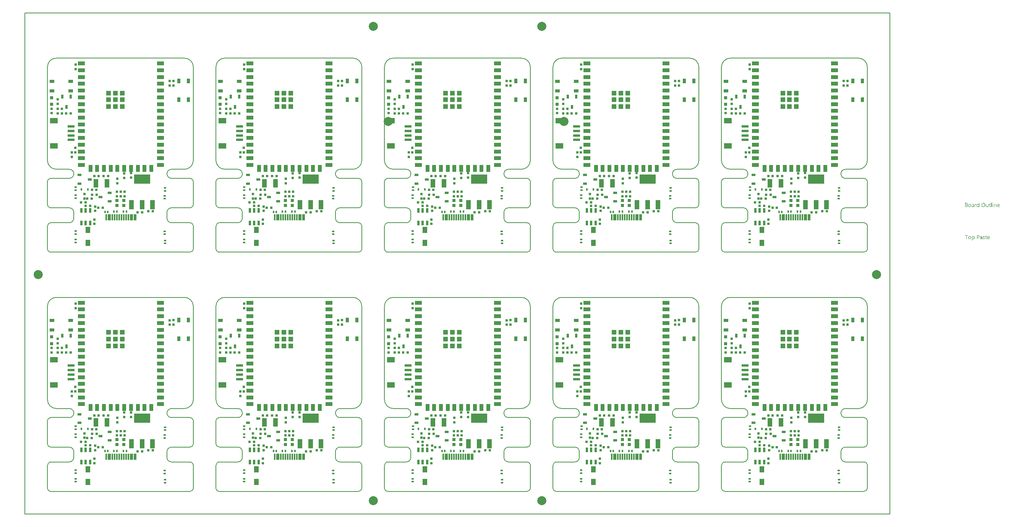
<source format=gtp>
G04*
G04 #@! TF.GenerationSoftware,Altium Limited,Altium Designer,21.6.1 (37)*
G04*
G04 Layer_Color=8421504*
%FSAX25Y25*%
%MOIN*%
G70*
G04*
G04 #@! TF.SameCoordinates,92E81899-9559-4C3A-BF10-9AA04FA96A9E*
G04*
G04*
G04 #@! TF.FilePolarity,Positive*
G04*
G01*
G75*
%ADD10C,0.07874*%
%ADD11R,0.04331X0.05315*%
%ADD12R,0.03543X0.02362*%
%ADD13R,0.02362X0.03543*%
%ADD14R,0.01968X0.02165*%
%ADD15R,0.02165X0.01968*%
%ADD16R,0.07087X0.04724*%
%ADD17R,0.06102X0.02362*%
%ADD18R,0.14173X0.07874*%
%ADD19R,0.03937X0.07874*%
%ADD20R,0.03150X0.02559*%
%ADD21R,0.01181X0.02165*%
%ADD22R,0.02165X0.01181*%
%ADD23R,0.02362X0.03937*%
%ADD24R,0.01181X0.05709*%
%ADD26R,0.01968X0.02165*%
%ADD27R,0.04331X0.07480*%
%ADD30R,0.02165X0.01968*%
%ADD31R,0.04331X0.04331*%
%ADD32R,0.03543X0.05906*%
%ADD33R,0.05906X0.03543*%
%ADD38R,0.04134X0.02559*%
%ADD39R,0.02559X0.04134*%
%ADD41C,0.00787*%
%ADD65R,0.02756X0.02756*%
%ADD66R,0.01575X0.02362*%
G36*
X0824898Y0251948D02*
X0824923D01*
X0824979Y0251924D01*
X0825010Y0251905D01*
X0825040Y0251880D01*
X0825047Y0251874D01*
X0825053Y0251868D01*
X0825084Y0251831D01*
X0825109Y0251769D01*
X0825115Y0251732D01*
X0825121Y0251695D01*
Y0251689D01*
Y0251676D01*
X0825115Y0251658D01*
X0825109Y0251633D01*
X0825090Y0251571D01*
X0825065Y0251540D01*
X0825040Y0251509D01*
X0825034D01*
X0825028Y0251497D01*
X0824991Y0251472D01*
X0824935Y0251447D01*
X0824898Y0251441D01*
X0824861Y0251435D01*
X0824842D01*
X0824824Y0251441D01*
X0824799D01*
X0824737Y0251466D01*
X0824706Y0251478D01*
X0824675Y0251503D01*
Y0251509D01*
X0824663Y0251515D01*
X0824650Y0251534D01*
X0824638Y0251552D01*
X0824613Y0251614D01*
X0824607Y0251651D01*
X0824601Y0251695D01*
Y0251701D01*
Y0251713D01*
X0824607Y0251732D01*
X0824613Y0251763D01*
X0824632Y0251818D01*
X0824650Y0251850D01*
X0824675Y0251880D01*
X0824681Y0251887D01*
X0824688Y0251893D01*
X0824725Y0251918D01*
X0824787Y0251942D01*
X0824824Y0251955D01*
X0824879D01*
X0824898Y0251948D01*
D02*
G37*
G36*
X0812908Y0248284D02*
X0812506D01*
Y0248705D01*
X0812493D01*
Y0248699D01*
X0812481Y0248686D01*
X0812462Y0248662D01*
X0812444Y0248631D01*
X0812413Y0248594D01*
X0812376Y0248556D01*
X0812332Y0248513D01*
X0812283Y0248470D01*
X0812227Y0248420D01*
X0812159Y0248377D01*
X0812091Y0248340D01*
X0812010Y0248303D01*
X0811930Y0248272D01*
X0811837Y0248247D01*
X0811738Y0248235D01*
X0811633Y0248228D01*
X0811590D01*
X0811552Y0248235D01*
X0811515Y0248241D01*
X0811466Y0248247D01*
X0811360Y0248272D01*
X0811237Y0248309D01*
X0811113Y0248371D01*
X0811045Y0248408D01*
X0810989Y0248451D01*
X0810927Y0248507D01*
X0810872Y0248563D01*
Y0248569D01*
X0810859Y0248581D01*
X0810847Y0248600D01*
X0810828Y0248624D01*
X0810810Y0248656D01*
X0810785Y0248699D01*
X0810760Y0248748D01*
X0810735Y0248804D01*
X0810704Y0248866D01*
X0810680Y0248934D01*
X0810655Y0249008D01*
X0810636Y0249089D01*
X0810618Y0249175D01*
X0810605Y0249274D01*
X0810599Y0249374D01*
X0810593Y0249479D01*
Y0249485D01*
Y0249503D01*
Y0249541D01*
X0810599Y0249584D01*
X0810605Y0249634D01*
X0810612Y0249695D01*
X0810618Y0249763D01*
X0810630Y0249838D01*
X0810667Y0249999D01*
X0810723Y0250166D01*
X0810760Y0250246D01*
X0810803Y0250327D01*
X0810847Y0250401D01*
X0810903Y0250475D01*
X0810909Y0250482D01*
X0810915Y0250494D01*
X0810933Y0250512D01*
X0810958Y0250537D01*
X0810989Y0250562D01*
X0811032Y0250593D01*
X0811076Y0250630D01*
X0811125Y0250667D01*
X0811249Y0250735D01*
X0811392Y0250797D01*
X0811472Y0250816D01*
X0811559Y0250834D01*
X0811645Y0250847D01*
X0811744Y0250853D01*
X0811794D01*
X0811831Y0250847D01*
X0811868Y0250840D01*
X0811918Y0250834D01*
X0812029Y0250803D01*
X0812153Y0250754D01*
X0812215Y0250723D01*
X0812277Y0250680D01*
X0812339Y0250636D01*
X0812394Y0250581D01*
X0812444Y0250519D01*
X0812493Y0250444D01*
X0812506D01*
Y0252004D01*
X0812908D01*
Y0248284D01*
D02*
G37*
G36*
X0827176Y0250847D02*
X0827250Y0250840D01*
X0827343Y0250822D01*
X0827442Y0250791D01*
X0827547Y0250742D01*
X0827653Y0250673D01*
X0827696Y0250636D01*
X0827739Y0250587D01*
X0827752Y0250574D01*
X0827776Y0250537D01*
X0827807Y0250475D01*
X0827851Y0250389D01*
X0827888Y0250283D01*
X0827925Y0250153D01*
X0827950Y0249999D01*
X0827956Y0249819D01*
Y0248284D01*
X0827554D01*
Y0249714D01*
Y0249720D01*
Y0249751D01*
X0827547Y0249788D01*
Y0249838D01*
X0827535Y0249900D01*
X0827523Y0249968D01*
X0827504Y0250042D01*
X0827479Y0250116D01*
X0827448Y0250191D01*
X0827411Y0250259D01*
X0827362Y0250327D01*
X0827306Y0250389D01*
X0827244Y0250438D01*
X0827164Y0250475D01*
X0827077Y0250506D01*
X0826972Y0250512D01*
X0826959D01*
X0826922Y0250506D01*
X0826867Y0250500D01*
X0826798Y0250482D01*
X0826718Y0250457D01*
X0826631Y0250413D01*
X0826551Y0250358D01*
X0826470Y0250283D01*
X0826464Y0250271D01*
X0826439Y0250246D01*
X0826408Y0250197D01*
X0826371Y0250129D01*
X0826334Y0250048D01*
X0826303Y0249949D01*
X0826278Y0249838D01*
X0826272Y0249714D01*
Y0248284D01*
X0825870D01*
Y0250797D01*
X0826272D01*
Y0250376D01*
X0826285D01*
X0826291Y0250382D01*
X0826297Y0250395D01*
X0826316Y0250420D01*
X0826340Y0250451D01*
X0826365Y0250488D01*
X0826402Y0250525D01*
X0826446Y0250568D01*
X0826495Y0250618D01*
X0826551Y0250661D01*
X0826613Y0250704D01*
X0826681Y0250742D01*
X0826755Y0250779D01*
X0826829Y0250810D01*
X0826916Y0250834D01*
X0827009Y0250847D01*
X0827108Y0250853D01*
X0827145D01*
X0827176Y0250847D01*
D02*
G37*
G36*
X0810178Y0250834D02*
X0810252Y0250828D01*
X0810296Y0250816D01*
X0810327Y0250803D01*
Y0250389D01*
X0810321Y0250395D01*
X0810308Y0250401D01*
X0810283Y0250413D01*
X0810252Y0250432D01*
X0810209Y0250444D01*
X0810153Y0250457D01*
X0810092Y0250463D01*
X0810023Y0250469D01*
X0810011D01*
X0809980Y0250463D01*
X0809931Y0250457D01*
X0809875Y0250438D01*
X0809801Y0250407D01*
X0809733Y0250364D01*
X0809658Y0250302D01*
X0809590Y0250221D01*
X0809584Y0250209D01*
X0809565Y0250178D01*
X0809534Y0250122D01*
X0809503Y0250048D01*
X0809473Y0249955D01*
X0809442Y0249838D01*
X0809423Y0249708D01*
X0809417Y0249559D01*
Y0248284D01*
X0809015D01*
Y0250797D01*
X0809417D01*
Y0250277D01*
X0809429D01*
Y0250283D01*
X0809435Y0250290D01*
X0809448Y0250321D01*
X0809466Y0250370D01*
X0809497Y0250432D01*
X0809528Y0250494D01*
X0809578Y0250562D01*
X0809627Y0250630D01*
X0809689Y0250692D01*
X0809695Y0250698D01*
X0809720Y0250717D01*
X0809757Y0250742D01*
X0809807Y0250766D01*
X0809863Y0250791D01*
X0809931Y0250816D01*
X0810005Y0250834D01*
X0810085Y0250840D01*
X0810141D01*
X0810178Y0250834D01*
D02*
G37*
G36*
X0820918Y0248284D02*
X0820516D01*
Y0248680D01*
X0820503D01*
Y0248674D01*
X0820491Y0248662D01*
X0820478Y0248637D01*
X0820454Y0248612D01*
X0820398Y0248538D01*
X0820311Y0248457D01*
X0820262Y0248414D01*
X0820206Y0248371D01*
X0820144Y0248334D01*
X0820070Y0248296D01*
X0819996Y0248272D01*
X0819915Y0248247D01*
X0819822Y0248235D01*
X0819729Y0248228D01*
X0819692D01*
X0819649Y0248235D01*
X0819587Y0248247D01*
X0819519Y0248259D01*
X0819445Y0248284D01*
X0819364Y0248315D01*
X0819284Y0248364D01*
X0819197Y0248420D01*
X0819117Y0248488D01*
X0819042Y0248575D01*
X0818974Y0248680D01*
X0818912Y0248798D01*
X0818869Y0248940D01*
X0818844Y0249107D01*
X0818832Y0249194D01*
Y0249293D01*
Y0250797D01*
X0819228D01*
Y0249355D01*
Y0249349D01*
Y0249324D01*
X0819234Y0249281D01*
X0819240Y0249231D01*
X0819247Y0249169D01*
X0819259Y0249107D01*
X0819277Y0249033D01*
X0819302Y0248959D01*
X0819339Y0248885D01*
X0819377Y0248816D01*
X0819426Y0248748D01*
X0819488Y0248686D01*
X0819556Y0248637D01*
X0819637Y0248600D01*
X0819736Y0248569D01*
X0819841Y0248563D01*
X0819853D01*
X0819890Y0248569D01*
X0819946Y0248575D01*
X0820008Y0248587D01*
X0820088Y0248618D01*
X0820169Y0248656D01*
X0820249Y0248705D01*
X0820324Y0248779D01*
X0820330Y0248792D01*
X0820355Y0248816D01*
X0820385Y0248866D01*
X0820423Y0248934D01*
X0820454Y0249014D01*
X0820485Y0249113D01*
X0820509Y0249225D01*
X0820516Y0249349D01*
Y0250797D01*
X0820918D01*
Y0248284D01*
D02*
G37*
G36*
X0825053D02*
X0824650D01*
Y0250797D01*
X0825053D01*
Y0248284D01*
D02*
G37*
G36*
X0823833D02*
X0823431D01*
Y0252004D01*
X0823833D01*
Y0248284D01*
D02*
G37*
G36*
X0807455Y0250847D02*
X0807510Y0250840D01*
X0807578Y0250822D01*
X0807653Y0250803D01*
X0807733Y0250772D01*
X0807820Y0250735D01*
X0807900Y0250686D01*
X0807981Y0250624D01*
X0808055Y0250550D01*
X0808123Y0250457D01*
X0808179Y0250352D01*
X0808222Y0250228D01*
X0808247Y0250085D01*
X0808259Y0249918D01*
Y0248284D01*
X0807857D01*
Y0248674D01*
X0807845D01*
Y0248668D01*
X0807832Y0248656D01*
X0807820Y0248631D01*
X0807795Y0248606D01*
X0807733Y0248532D01*
X0807653Y0248451D01*
X0807541Y0248371D01*
X0807411Y0248296D01*
X0807331Y0248272D01*
X0807250Y0248247D01*
X0807164Y0248235D01*
X0807071Y0248228D01*
X0807034D01*
X0807009Y0248235D01*
X0806941Y0248241D01*
X0806860Y0248253D01*
X0806761Y0248278D01*
X0806668Y0248309D01*
X0806569Y0248358D01*
X0806483Y0248420D01*
X0806477Y0248433D01*
X0806452Y0248457D01*
X0806415Y0248501D01*
X0806378Y0248563D01*
X0806340Y0248637D01*
X0806303Y0248724D01*
X0806279Y0248829D01*
X0806272Y0248946D01*
Y0248953D01*
Y0248977D01*
X0806279Y0249014D01*
X0806285Y0249058D01*
X0806297Y0249113D01*
X0806316Y0249175D01*
X0806340Y0249243D01*
X0806378Y0249312D01*
X0806421Y0249386D01*
X0806477Y0249460D01*
X0806545Y0249528D01*
X0806625Y0249590D01*
X0806718Y0249652D01*
X0806829Y0249702D01*
X0806953Y0249739D01*
X0807102Y0249770D01*
X0807857Y0249875D01*
Y0249881D01*
Y0249900D01*
X0807851Y0249937D01*
Y0249974D01*
X0807838Y0250023D01*
X0807832Y0250079D01*
X0807795Y0250197D01*
X0807764Y0250253D01*
X0807733Y0250308D01*
X0807690Y0250364D01*
X0807640Y0250413D01*
X0807578Y0250457D01*
X0807510Y0250488D01*
X0807430Y0250506D01*
X0807337Y0250512D01*
X0807294D01*
X0807263Y0250506D01*
X0807219D01*
X0807176Y0250494D01*
X0807065Y0250475D01*
X0806941Y0250438D01*
X0806805Y0250382D01*
X0806730Y0250345D01*
X0806662Y0250308D01*
X0806588Y0250259D01*
X0806520Y0250203D01*
Y0250618D01*
X0806526D01*
X0806538Y0250630D01*
X0806557Y0250642D01*
X0806588Y0250655D01*
X0806619Y0250673D01*
X0806662Y0250692D01*
X0806712Y0250711D01*
X0806767Y0250735D01*
X0806891Y0250779D01*
X0807040Y0250816D01*
X0807201Y0250840D01*
X0807374Y0250853D01*
X0807411D01*
X0807455Y0250847D01*
D02*
G37*
G36*
X0801766Y0251794D02*
X0801809D01*
X0801853Y0251788D01*
X0801952Y0251775D01*
X0802069Y0251744D01*
X0802193Y0251707D01*
X0802311Y0251651D01*
X0802416Y0251577D01*
X0802422D01*
X0802428Y0251565D01*
X0802459Y0251540D01*
X0802503Y0251490D01*
X0802552Y0251422D01*
X0802596Y0251336D01*
X0802639Y0251237D01*
X0802670Y0251125D01*
X0802682Y0251063D01*
Y0250995D01*
Y0250989D01*
Y0250983D01*
Y0250946D01*
X0802676Y0250890D01*
X0802664Y0250822D01*
X0802645Y0250735D01*
X0802614Y0250649D01*
X0802577Y0250562D01*
X0802521Y0250475D01*
X0802515Y0250463D01*
X0802490Y0250438D01*
X0802453Y0250401D01*
X0802404Y0250352D01*
X0802342Y0250302D01*
X0802267Y0250246D01*
X0802175Y0250203D01*
X0802075Y0250160D01*
Y0250153D01*
X0802094D01*
X0802113Y0250147D01*
X0802131Y0250141D01*
X0802199Y0250129D01*
X0802280Y0250104D01*
X0802366Y0250067D01*
X0802459Y0250023D01*
X0802552Y0249961D01*
X0802639Y0249881D01*
X0802651Y0249869D01*
X0802676Y0249838D01*
X0802707Y0249794D01*
X0802750Y0249726D01*
X0802787Y0249640D01*
X0802824Y0249541D01*
X0802849Y0249423D01*
X0802855Y0249293D01*
Y0249287D01*
Y0249274D01*
Y0249250D01*
X0802849Y0249219D01*
X0802843Y0249182D01*
X0802837Y0249138D01*
X0802812Y0249033D01*
X0802775Y0248915D01*
X0802719Y0248792D01*
X0802682Y0248736D01*
X0802639Y0248674D01*
X0802583Y0248618D01*
X0802527Y0248563D01*
X0802521D01*
X0802515Y0248550D01*
X0802496Y0248538D01*
X0802472Y0248519D01*
X0802441Y0248501D01*
X0802397Y0248476D01*
X0802305Y0248426D01*
X0802187Y0248371D01*
X0802051Y0248327D01*
X0801890Y0248296D01*
X0801809Y0248290D01*
X0801717Y0248284D01*
X0800689D01*
Y0251800D01*
X0801735D01*
X0801766Y0251794D01*
D02*
G37*
G36*
X0822261Y0250797D02*
X0822899D01*
Y0250451D01*
X0822261D01*
Y0249033D01*
Y0249021D01*
Y0248990D01*
X0822267Y0248946D01*
X0822274Y0248891D01*
X0822298Y0248773D01*
X0822317Y0248717D01*
X0822348Y0248674D01*
X0822354Y0248668D01*
X0822366Y0248656D01*
X0822385Y0248643D01*
X0822416Y0248624D01*
X0822453Y0248600D01*
X0822503Y0248587D01*
X0822564Y0248575D01*
X0822633Y0248569D01*
X0822657D01*
X0822688Y0248575D01*
X0822725Y0248581D01*
X0822812Y0248606D01*
X0822855Y0248624D01*
X0822899Y0248649D01*
Y0248303D01*
X0822892D01*
X0822874Y0248290D01*
X0822843Y0248284D01*
X0822800Y0248272D01*
X0822744Y0248259D01*
X0822682Y0248247D01*
X0822608Y0248241D01*
X0822521Y0248235D01*
X0822490D01*
X0822459Y0248241D01*
X0822416Y0248247D01*
X0822366Y0248259D01*
X0822311Y0248272D01*
X0822255Y0248296D01*
X0822193Y0248327D01*
X0822131Y0248364D01*
X0822069Y0248414D01*
X0822013Y0248470D01*
X0821964Y0248544D01*
X0821921Y0248624D01*
X0821890Y0248724D01*
X0821865Y0248835D01*
X0821859Y0248965D01*
Y0250451D01*
X0821432D01*
Y0250797D01*
X0821859D01*
Y0251410D01*
X0822261Y0251540D01*
Y0250797D01*
D02*
G37*
G36*
X0829788Y0250847D02*
X0829832Y0250840D01*
X0829875Y0250834D01*
X0829986Y0250816D01*
X0830110Y0250772D01*
X0830234Y0250717D01*
X0830296Y0250680D01*
X0830358Y0250636D01*
X0830413Y0250587D01*
X0830469Y0250531D01*
X0830475Y0250525D01*
X0830481Y0250519D01*
X0830494Y0250500D01*
X0830512Y0250475D01*
X0830531Y0250438D01*
X0830556Y0250401D01*
X0830581Y0250358D01*
X0830605Y0250302D01*
X0830630Y0250240D01*
X0830655Y0250178D01*
X0830680Y0250104D01*
X0830698Y0250023D01*
X0830717Y0249937D01*
X0830729Y0249850D01*
X0830741Y0249751D01*
Y0249646D01*
Y0249435D01*
X0828965D01*
Y0249429D01*
Y0249417D01*
Y0249398D01*
X0828971Y0249367D01*
X0828977Y0249330D01*
Y0249293D01*
X0828996Y0249194D01*
X0829027Y0249095D01*
X0829064Y0248984D01*
X0829120Y0248878D01*
X0829188Y0248785D01*
X0829200Y0248773D01*
X0829225Y0248748D01*
X0829274Y0248717D01*
X0829342Y0248674D01*
X0829429Y0248631D01*
X0829528Y0248600D01*
X0829646Y0248575D01*
X0829782Y0248563D01*
X0829825D01*
X0829856Y0248569D01*
X0829893D01*
X0829937Y0248575D01*
X0830042Y0248600D01*
X0830159Y0248631D01*
X0830289Y0248680D01*
X0830426Y0248748D01*
X0830494Y0248792D01*
X0830562Y0248841D01*
Y0248464D01*
X0830556D01*
X0830550Y0248451D01*
X0830531Y0248445D01*
X0830500Y0248426D01*
X0830469Y0248408D01*
X0830432Y0248389D01*
X0830382Y0248371D01*
X0830333Y0248346D01*
X0830271Y0248321D01*
X0830203Y0248303D01*
X0830054Y0248266D01*
X0829881Y0248241D01*
X0829689Y0248228D01*
X0829640D01*
X0829602Y0248235D01*
X0829559Y0248241D01*
X0829503Y0248247D01*
X0829386Y0248272D01*
X0829250Y0248309D01*
X0829113Y0248371D01*
X0829045Y0248414D01*
X0828977Y0248457D01*
X0828915Y0248507D01*
X0828854Y0248569D01*
X0828847Y0248575D01*
X0828841Y0248587D01*
X0828829Y0248606D01*
X0828804Y0248631D01*
X0828785Y0248668D01*
X0828761Y0248711D01*
X0828730Y0248761D01*
X0828705Y0248816D01*
X0828674Y0248878D01*
X0828649Y0248953D01*
X0828618Y0249033D01*
X0828600Y0249120D01*
X0828581Y0249213D01*
X0828563Y0249312D01*
X0828556Y0249417D01*
X0828550Y0249528D01*
Y0249534D01*
Y0249553D01*
Y0249584D01*
X0828556Y0249627D01*
X0828563Y0249677D01*
X0828569Y0249732D01*
X0828575Y0249801D01*
X0828594Y0249869D01*
X0828631Y0250017D01*
X0828686Y0250178D01*
X0828724Y0250259D01*
X0828773Y0250333D01*
X0828823Y0250413D01*
X0828878Y0250482D01*
X0828884Y0250488D01*
X0828897Y0250500D01*
X0828915Y0250519D01*
X0828940Y0250537D01*
X0828971Y0250568D01*
X0829008Y0250599D01*
X0829058Y0250630D01*
X0829107Y0250667D01*
X0829225Y0250735D01*
X0829367Y0250797D01*
X0829448Y0250816D01*
X0829528Y0250834D01*
X0829615Y0250847D01*
X0829708Y0250853D01*
X0829757D01*
X0829788Y0250847D01*
D02*
G37*
G36*
X0816746Y0251856D02*
X0816808Y0251850D01*
X0816882Y0251837D01*
X0816963Y0251818D01*
X0817049Y0251800D01*
X0817136Y0251775D01*
X0817235Y0251744D01*
X0817328Y0251701D01*
X0817427Y0251651D01*
X0817526Y0251596D01*
X0817619Y0251528D01*
X0817712Y0251453D01*
X0817798Y0251367D01*
X0817804Y0251361D01*
X0817817Y0251342D01*
X0817841Y0251317D01*
X0817866Y0251280D01*
X0817903Y0251231D01*
X0817941Y0251169D01*
X0817978Y0251100D01*
X0818021Y0251026D01*
X0818064Y0250933D01*
X0818101Y0250840D01*
X0818139Y0250735D01*
X0818176Y0250618D01*
X0818200Y0250500D01*
X0818225Y0250370D01*
X0818238Y0250228D01*
X0818244Y0250085D01*
Y0250073D01*
Y0250048D01*
Y0250005D01*
X0818238Y0249943D01*
X0818231Y0249869D01*
X0818219Y0249788D01*
X0818207Y0249695D01*
X0818188Y0249590D01*
X0818163Y0249485D01*
X0818132Y0249374D01*
X0818095Y0249262D01*
X0818052Y0249151D01*
X0817996Y0249033D01*
X0817934Y0248928D01*
X0817866Y0248823D01*
X0817786Y0248724D01*
X0817780Y0248717D01*
X0817767Y0248705D01*
X0817736Y0248680D01*
X0817705Y0248649D01*
X0817656Y0248606D01*
X0817600Y0248569D01*
X0817538Y0248519D01*
X0817464Y0248476D01*
X0817383Y0248433D01*
X0817290Y0248383D01*
X0817192Y0248346D01*
X0817080Y0248309D01*
X0816963Y0248272D01*
X0816839Y0248247D01*
X0816709Y0248235D01*
X0816566Y0248228D01*
X0816535D01*
X0816492Y0248235D01*
X0816442D01*
X0816381Y0248241D01*
X0816306Y0248253D01*
X0816226Y0248272D01*
X0816133Y0248290D01*
X0816040Y0248315D01*
X0815941Y0248346D01*
X0815842Y0248389D01*
X0815743Y0248433D01*
X0815644Y0248488D01*
X0815545Y0248556D01*
X0815452Y0248631D01*
X0815365Y0248717D01*
X0815359Y0248724D01*
X0815347Y0248742D01*
X0815322Y0248767D01*
X0815297Y0248804D01*
X0815260Y0248853D01*
X0815223Y0248915D01*
X0815186Y0248984D01*
X0815143Y0249064D01*
X0815099Y0249151D01*
X0815062Y0249243D01*
X0815025Y0249349D01*
X0814988Y0249466D01*
X0814963Y0249584D01*
X0814938Y0249714D01*
X0814926Y0249856D01*
X0814920Y0249999D01*
Y0250011D01*
Y0250036D01*
X0814926Y0250079D01*
Y0250141D01*
X0814932Y0250209D01*
X0814944Y0250296D01*
X0814957Y0250389D01*
X0814975Y0250488D01*
X0815000Y0250593D01*
X0815031Y0250704D01*
X0815068Y0250816D01*
X0815112Y0250927D01*
X0815167Y0251039D01*
X0815229Y0251150D01*
X0815297Y0251255D01*
X0815378Y0251354D01*
X0815384Y0251361D01*
X0815396Y0251379D01*
X0815427Y0251404D01*
X0815464Y0251435D01*
X0815508Y0251472D01*
X0815563Y0251515D01*
X0815632Y0251559D01*
X0815706Y0251608D01*
X0815793Y0251658D01*
X0815885Y0251701D01*
X0815985Y0251744D01*
X0816096Y0251781D01*
X0816220Y0251812D01*
X0816350Y0251843D01*
X0816486Y0251856D01*
X0816628Y0251862D01*
X0816696D01*
X0816746Y0251856D01*
D02*
G37*
G36*
X0804719Y0250847D02*
X0804762Y0250840D01*
X0804818Y0250834D01*
X0804941Y0250810D01*
X0805084Y0250766D01*
X0805226Y0250704D01*
X0805301Y0250667D01*
X0805369Y0250624D01*
X0805437Y0250568D01*
X0805499Y0250506D01*
X0805505Y0250500D01*
X0805511Y0250488D01*
X0805529Y0250469D01*
X0805548Y0250444D01*
X0805573Y0250407D01*
X0805598Y0250364D01*
X0805629Y0250314D01*
X0805659Y0250259D01*
X0805684Y0250191D01*
X0805715Y0250122D01*
X0805740Y0250042D01*
X0805765Y0249955D01*
X0805783Y0249863D01*
X0805802Y0249763D01*
X0805808Y0249658D01*
X0805814Y0249547D01*
Y0249541D01*
Y0249522D01*
Y0249491D01*
X0805808Y0249448D01*
X0805802Y0249398D01*
X0805796Y0249336D01*
X0805783Y0249274D01*
X0805771Y0249200D01*
X0805734Y0249052D01*
X0805672Y0248891D01*
X0805635Y0248810D01*
X0805585Y0248730D01*
X0805536Y0248656D01*
X0805474Y0248587D01*
X0805468Y0248581D01*
X0805455Y0248575D01*
X0805437Y0248556D01*
X0805412Y0248532D01*
X0805375Y0248507D01*
X0805338Y0248476D01*
X0805288Y0248439D01*
X0805232Y0248408D01*
X0805171Y0248377D01*
X0805102Y0248340D01*
X0805028Y0248309D01*
X0804948Y0248284D01*
X0804861Y0248259D01*
X0804768Y0248247D01*
X0804669Y0248235D01*
X0804564Y0248228D01*
X0804508D01*
X0804471Y0248235D01*
X0804428Y0248241D01*
X0804372Y0248247D01*
X0804310Y0248259D01*
X0804242Y0248272D01*
X0804100Y0248315D01*
X0803951Y0248377D01*
X0803877Y0248414D01*
X0803809Y0248464D01*
X0803741Y0248513D01*
X0803673Y0248575D01*
X0803666Y0248581D01*
X0803660Y0248594D01*
X0803642Y0248612D01*
X0803623Y0248637D01*
X0803598Y0248674D01*
X0803567Y0248717D01*
X0803536Y0248767D01*
X0803512Y0248823D01*
X0803481Y0248891D01*
X0803450Y0248959D01*
X0803419Y0249033D01*
X0803394Y0249120D01*
X0803357Y0249305D01*
X0803351Y0249404D01*
X0803345Y0249510D01*
Y0249516D01*
Y0249541D01*
Y0249572D01*
X0803351Y0249615D01*
X0803357Y0249664D01*
X0803363Y0249726D01*
X0803375Y0249794D01*
X0803388Y0249869D01*
X0803425Y0250030D01*
X0803487Y0250191D01*
X0803530Y0250271D01*
X0803574Y0250352D01*
X0803623Y0250426D01*
X0803685Y0250494D01*
X0803691Y0250500D01*
X0803703Y0250512D01*
X0803722Y0250525D01*
X0803747Y0250550D01*
X0803784Y0250574D01*
X0803827Y0250605D01*
X0803877Y0250642D01*
X0803932Y0250673D01*
X0803994Y0250704D01*
X0804069Y0250742D01*
X0804143Y0250772D01*
X0804230Y0250797D01*
X0804316Y0250822D01*
X0804415Y0250840D01*
X0804521Y0250847D01*
X0804626Y0250853D01*
X0804681D01*
X0804719Y0250847D01*
D02*
G37*
G36*
X0807931Y0222809D02*
X0807975Y0222802D01*
X0808018Y0222796D01*
X0808129Y0222771D01*
X0808253Y0222734D01*
X0808377Y0222672D01*
X0808439Y0222635D01*
X0808501Y0222586D01*
X0808556Y0222536D01*
X0808612Y0222474D01*
X0808618Y0222468D01*
X0808624Y0222462D01*
X0808637Y0222437D01*
X0808655Y0222412D01*
X0808674Y0222381D01*
X0808699Y0222338D01*
X0808724Y0222288D01*
X0808748Y0222239D01*
X0808773Y0222177D01*
X0808798Y0222109D01*
X0808823Y0222035D01*
X0808841Y0221954D01*
X0808872Y0221775D01*
X0808885Y0221676D01*
Y0221570D01*
Y0221564D01*
Y0221546D01*
Y0221509D01*
X0808878Y0221465D01*
Y0221416D01*
X0808866Y0221354D01*
X0808860Y0221286D01*
X0808847Y0221212D01*
X0808810Y0221051D01*
X0808755Y0220883D01*
X0808717Y0220803D01*
X0808680Y0220722D01*
X0808631Y0220642D01*
X0808575Y0220568D01*
X0808569Y0220562D01*
X0808563Y0220549D01*
X0808544Y0220531D01*
X0808519Y0220512D01*
X0808488Y0220481D01*
X0808451Y0220450D01*
X0808408Y0220413D01*
X0808358Y0220382D01*
X0808303Y0220345D01*
X0808241Y0220308D01*
X0808092Y0220252D01*
X0808012Y0220227D01*
X0807931Y0220209D01*
X0807838Y0220196D01*
X0807739Y0220190D01*
X0807690D01*
X0807659Y0220196D01*
X0807616Y0220202D01*
X0807572Y0220215D01*
X0807461Y0220240D01*
X0807343Y0220289D01*
X0807275Y0220326D01*
X0807213Y0220363D01*
X0807151Y0220413D01*
X0807096Y0220469D01*
X0807034Y0220531D01*
X0806984Y0220605D01*
X0806972D01*
Y0219094D01*
X0806569D01*
Y0222759D01*
X0806972D01*
Y0222313D01*
X0806984D01*
X0806990Y0222320D01*
X0806997Y0222338D01*
X0807015Y0222363D01*
X0807040Y0222394D01*
X0807071Y0222431D01*
X0807108Y0222474D01*
X0807151Y0222517D01*
X0807207Y0222567D01*
X0807263Y0222610D01*
X0807325Y0222654D01*
X0807399Y0222697D01*
X0807473Y0222734D01*
X0807560Y0222771D01*
X0807653Y0222796D01*
X0807746Y0222809D01*
X0807851Y0222815D01*
X0807900D01*
X0807931Y0222809D01*
D02*
G37*
G36*
X0817204D02*
X0817284Y0222802D01*
X0817371Y0222790D01*
X0817470Y0222765D01*
X0817569Y0222740D01*
X0817668Y0222703D01*
Y0222295D01*
X0817656Y0222301D01*
X0817619Y0222326D01*
X0817563Y0222350D01*
X0817489Y0222388D01*
X0817396Y0222418D01*
X0817284Y0222449D01*
X0817161Y0222468D01*
X0817031Y0222474D01*
X0816963D01*
X0816901Y0222462D01*
X0816826Y0222449D01*
X0816820D01*
X0816814Y0222443D01*
X0816777Y0222431D01*
X0816727Y0222406D01*
X0816671Y0222375D01*
X0816659Y0222369D01*
X0816634Y0222344D01*
X0816603Y0222307D01*
X0816572Y0222264D01*
X0816566Y0222251D01*
X0816554Y0222220D01*
X0816542Y0222177D01*
X0816535Y0222121D01*
Y0222115D01*
Y0222103D01*
Y0222084D01*
X0816542Y0222066D01*
X0816554Y0222010D01*
X0816572Y0221954D01*
X0816579Y0221942D01*
X0816597Y0221917D01*
X0816634Y0221880D01*
X0816678Y0221837D01*
X0816684D01*
X0816690Y0221831D01*
X0816727Y0221806D01*
X0816777Y0221775D01*
X0816845Y0221744D01*
X0816851D01*
X0816863Y0221738D01*
X0816882Y0221731D01*
X0816913Y0221719D01*
X0816981Y0221694D01*
X0817068Y0221657D01*
X0817074D01*
X0817099Y0221645D01*
X0817130Y0221632D01*
X0817167Y0221620D01*
X0817266Y0221577D01*
X0817365Y0221527D01*
X0817371D01*
X0817390Y0221515D01*
X0817414Y0221502D01*
X0817445Y0221484D01*
X0817520Y0221434D01*
X0817594Y0221372D01*
X0817600Y0221366D01*
X0817612Y0221360D01*
X0817625Y0221341D01*
X0817650Y0221317D01*
X0817693Y0221255D01*
X0817736Y0221174D01*
Y0221168D01*
X0817742Y0221156D01*
X0817755Y0221131D01*
X0817761Y0221100D01*
X0817773Y0221063D01*
X0817780Y0221020D01*
X0817786Y0220914D01*
Y0220908D01*
Y0220883D01*
X0817780Y0220846D01*
X0817773Y0220803D01*
X0817767Y0220753D01*
X0817749Y0220698D01*
X0817730Y0220648D01*
X0817699Y0220592D01*
X0817693Y0220586D01*
X0817687Y0220568D01*
X0817668Y0220543D01*
X0817643Y0220512D01*
X0817612Y0220475D01*
X0817575Y0220438D01*
X0817482Y0220363D01*
X0817476Y0220357D01*
X0817458Y0220351D01*
X0817433Y0220333D01*
X0817390Y0220314D01*
X0817346Y0220289D01*
X0817290Y0220271D01*
X0817235Y0220252D01*
X0817167Y0220233D01*
X0817161D01*
X0817136Y0220227D01*
X0817099Y0220221D01*
X0817055Y0220215D01*
X0816993Y0220202D01*
X0816932Y0220196D01*
X0816789Y0220190D01*
X0816727D01*
X0816653Y0220196D01*
X0816560Y0220209D01*
X0816455Y0220227D01*
X0816343Y0220252D01*
X0816232Y0220283D01*
X0816121Y0220333D01*
Y0220766D01*
X0816127D01*
X0816133Y0220753D01*
X0816152Y0220741D01*
X0816176Y0220729D01*
X0816244Y0220691D01*
X0816337Y0220648D01*
X0816442Y0220599D01*
X0816566Y0220562D01*
X0816702Y0220537D01*
X0816845Y0220524D01*
X0816894D01*
X0816925Y0220531D01*
X0817012Y0220543D01*
X0817111Y0220568D01*
X0817204Y0220611D01*
X0817247Y0220642D01*
X0817290Y0220673D01*
X0817321Y0220716D01*
X0817346Y0220760D01*
X0817365Y0220815D01*
X0817371Y0220877D01*
Y0220883D01*
Y0220896D01*
Y0220914D01*
X0817365Y0220933D01*
X0817352Y0220989D01*
X0817328Y0221044D01*
Y0221051D01*
X0817321Y0221057D01*
X0817297Y0221088D01*
X0817260Y0221131D01*
X0817204Y0221168D01*
X0817198D01*
X0817192Y0221181D01*
X0817154Y0221199D01*
X0817099Y0221236D01*
X0817024Y0221267D01*
X0817018D01*
X0817006Y0221273D01*
X0816987Y0221286D01*
X0816956Y0221298D01*
X0816888Y0221323D01*
X0816801Y0221360D01*
X0816795D01*
X0816771Y0221372D01*
X0816740Y0221385D01*
X0816702Y0221397D01*
X0816603Y0221441D01*
X0816504Y0221490D01*
X0816498Y0221496D01*
X0816486Y0221502D01*
X0816461Y0221515D01*
X0816430Y0221533D01*
X0816362Y0221583D01*
X0816294Y0221639D01*
X0816288Y0221645D01*
X0816282Y0221651D01*
X0816263Y0221670D01*
X0816244Y0221694D01*
X0816201Y0221756D01*
X0816164Y0221831D01*
Y0221837D01*
X0816158Y0221849D01*
X0816152Y0221874D01*
X0816145Y0221905D01*
X0816139Y0221942D01*
X0816133Y0221985D01*
X0816127Y0222090D01*
Y0222097D01*
Y0222121D01*
X0816133Y0222152D01*
X0816139Y0222196D01*
X0816145Y0222245D01*
X0816164Y0222295D01*
X0816183Y0222350D01*
X0816207Y0222400D01*
X0816214Y0222406D01*
X0816220Y0222425D01*
X0816238Y0222449D01*
X0816263Y0222480D01*
X0816331Y0222555D01*
X0816418Y0222629D01*
X0816424Y0222635D01*
X0816442Y0222641D01*
X0816467Y0222660D01*
X0816511Y0222678D01*
X0816554Y0222703D01*
X0816603Y0222728D01*
X0816727Y0222765D01*
X0816733D01*
X0816758Y0222771D01*
X0816789Y0222784D01*
X0816839Y0222790D01*
X0816888Y0222802D01*
X0816950Y0222809D01*
X0817086Y0222815D01*
X0817142D01*
X0817204Y0222809D01*
D02*
G37*
G36*
X0814709D02*
X0814765Y0222802D01*
X0814833Y0222784D01*
X0814907Y0222765D01*
X0814988Y0222734D01*
X0815075Y0222697D01*
X0815155Y0222648D01*
X0815236Y0222586D01*
X0815310Y0222511D01*
X0815378Y0222418D01*
X0815434Y0222313D01*
X0815477Y0222189D01*
X0815502Y0222047D01*
X0815514Y0221880D01*
Y0220246D01*
X0815112D01*
Y0220636D01*
X0815099D01*
Y0220630D01*
X0815087Y0220617D01*
X0815075Y0220592D01*
X0815050Y0220568D01*
X0814988Y0220493D01*
X0814907Y0220413D01*
X0814796Y0220333D01*
X0814666Y0220258D01*
X0814585Y0220233D01*
X0814505Y0220209D01*
X0814418Y0220196D01*
X0814326Y0220190D01*
X0814288D01*
X0814264Y0220196D01*
X0814196Y0220202D01*
X0814115Y0220215D01*
X0814016Y0220240D01*
X0813923Y0220271D01*
X0813824Y0220320D01*
X0813737Y0220382D01*
X0813731Y0220394D01*
X0813706Y0220419D01*
X0813669Y0220462D01*
X0813632Y0220524D01*
X0813595Y0220599D01*
X0813558Y0220685D01*
X0813533Y0220791D01*
X0813527Y0220908D01*
Y0220914D01*
Y0220939D01*
X0813533Y0220976D01*
X0813539Y0221020D01*
X0813552Y0221075D01*
X0813570Y0221137D01*
X0813595Y0221205D01*
X0813632Y0221273D01*
X0813676Y0221348D01*
X0813731Y0221422D01*
X0813799Y0221490D01*
X0813880Y0221552D01*
X0813973Y0221614D01*
X0814084Y0221663D01*
X0814208Y0221701D01*
X0814357Y0221731D01*
X0815112Y0221837D01*
Y0221843D01*
Y0221861D01*
X0815106Y0221899D01*
Y0221936D01*
X0815093Y0221985D01*
X0815087Y0222041D01*
X0815050Y0222159D01*
X0815019Y0222214D01*
X0814988Y0222270D01*
X0814944Y0222326D01*
X0814895Y0222375D01*
X0814833Y0222418D01*
X0814765Y0222449D01*
X0814685Y0222468D01*
X0814592Y0222474D01*
X0814548D01*
X0814517Y0222468D01*
X0814474D01*
X0814431Y0222456D01*
X0814319Y0222437D01*
X0814196Y0222400D01*
X0814059Y0222344D01*
X0813985Y0222307D01*
X0813917Y0222270D01*
X0813843Y0222220D01*
X0813775Y0222165D01*
Y0222579D01*
X0813781D01*
X0813793Y0222592D01*
X0813812Y0222604D01*
X0813843Y0222617D01*
X0813874Y0222635D01*
X0813917Y0222654D01*
X0813966Y0222672D01*
X0814022Y0222697D01*
X0814146Y0222740D01*
X0814295Y0222778D01*
X0814456Y0222802D01*
X0814629Y0222815D01*
X0814666D01*
X0814709Y0222809D01*
D02*
G37*
G36*
X0812010Y0223756D02*
X0812060D01*
X0812109Y0223749D01*
X0812239Y0223725D01*
X0812376Y0223694D01*
X0812524Y0223644D01*
X0812667Y0223576D01*
X0812729Y0223533D01*
X0812790Y0223483D01*
X0812797D01*
X0812803Y0223471D01*
X0812821Y0223452D01*
X0812840Y0223434D01*
X0812889Y0223372D01*
X0812951Y0223285D01*
X0813007Y0223174D01*
X0813057Y0223044D01*
X0813094Y0222889D01*
X0813100Y0222802D01*
X0813106Y0222709D01*
Y0222703D01*
Y0222685D01*
Y0222660D01*
X0813100Y0222629D01*
X0813094Y0222586D01*
X0813087Y0222536D01*
X0813063Y0222418D01*
X0813019Y0222288D01*
X0812957Y0222152D01*
X0812920Y0222084D01*
X0812877Y0222016D01*
X0812821Y0221948D01*
X0812759Y0221886D01*
X0812753Y0221880D01*
X0812741Y0221874D01*
X0812722Y0221855D01*
X0812698Y0221837D01*
X0812660Y0221812D01*
X0812617Y0221787D01*
X0812568Y0221756D01*
X0812512Y0221731D01*
X0812450Y0221701D01*
X0812382Y0221670D01*
X0812301Y0221645D01*
X0812221Y0221620D01*
X0812035Y0221583D01*
X0811936Y0221577D01*
X0811831Y0221570D01*
X0811367D01*
Y0220246D01*
X0810952D01*
Y0223762D01*
X0811973D01*
X0812010Y0223756D01*
D02*
G37*
G36*
X0803128Y0223390D02*
X0802113D01*
Y0220246D01*
X0801704D01*
Y0223390D01*
X0800689D01*
Y0223762D01*
X0803128D01*
Y0223390D01*
D02*
G37*
G36*
X0818937Y0222759D02*
X0819575D01*
Y0222412D01*
X0818937D01*
Y0220995D01*
Y0220982D01*
Y0220952D01*
X0818943Y0220908D01*
X0818950Y0220852D01*
X0818974Y0220735D01*
X0818993Y0220679D01*
X0819024Y0220636D01*
X0819030Y0220630D01*
X0819042Y0220617D01*
X0819061Y0220605D01*
X0819092Y0220586D01*
X0819129Y0220562D01*
X0819178Y0220549D01*
X0819240Y0220537D01*
X0819308Y0220531D01*
X0819333D01*
X0819364Y0220537D01*
X0819401Y0220543D01*
X0819488Y0220568D01*
X0819531Y0220586D01*
X0819575Y0220611D01*
Y0220264D01*
X0819569D01*
X0819550Y0220252D01*
X0819519Y0220246D01*
X0819476Y0220233D01*
X0819420Y0220221D01*
X0819358Y0220209D01*
X0819284Y0220202D01*
X0819197Y0220196D01*
X0819166D01*
X0819135Y0220202D01*
X0819092Y0220209D01*
X0819042Y0220221D01*
X0818987Y0220233D01*
X0818931Y0220258D01*
X0818869Y0220289D01*
X0818807Y0220326D01*
X0818745Y0220376D01*
X0818690Y0220431D01*
X0818640Y0220506D01*
X0818597Y0220586D01*
X0818566Y0220685D01*
X0818541Y0220797D01*
X0818535Y0220927D01*
Y0222412D01*
X0818108D01*
Y0222759D01*
X0818535D01*
Y0223372D01*
X0818937Y0223502D01*
Y0222759D01*
D02*
G37*
G36*
X0821178Y0222809D02*
X0821221Y0222802D01*
X0821264Y0222796D01*
X0821376Y0222778D01*
X0821500Y0222734D01*
X0821624Y0222678D01*
X0821685Y0222641D01*
X0821747Y0222598D01*
X0821803Y0222549D01*
X0821859Y0222493D01*
X0821865Y0222487D01*
X0821871Y0222480D01*
X0821883Y0222462D01*
X0821902Y0222437D01*
X0821921Y0222400D01*
X0821945Y0222363D01*
X0821970Y0222320D01*
X0821995Y0222264D01*
X0822020Y0222202D01*
X0822044Y0222140D01*
X0822069Y0222066D01*
X0822088Y0221985D01*
X0822106Y0221899D01*
X0822119Y0221812D01*
X0822131Y0221713D01*
Y0221608D01*
Y0221397D01*
X0820355D01*
Y0221391D01*
Y0221379D01*
Y0221360D01*
X0820361Y0221329D01*
X0820367Y0221292D01*
Y0221255D01*
X0820385Y0221156D01*
X0820417Y0221057D01*
X0820454Y0220945D01*
X0820509Y0220840D01*
X0820577Y0220747D01*
X0820590Y0220735D01*
X0820615Y0220710D01*
X0820664Y0220679D01*
X0820732Y0220636D01*
X0820819Y0220592D01*
X0820918Y0220562D01*
X0821035Y0220537D01*
X0821172Y0220524D01*
X0821215D01*
X0821246Y0220531D01*
X0821283D01*
X0821326Y0220537D01*
X0821432Y0220562D01*
X0821549Y0220592D01*
X0821679Y0220642D01*
X0821815Y0220710D01*
X0821883Y0220753D01*
X0821952Y0220803D01*
Y0220425D01*
X0821945D01*
X0821939Y0220413D01*
X0821921Y0220407D01*
X0821890Y0220388D01*
X0821859Y0220370D01*
X0821822Y0220351D01*
X0821772Y0220333D01*
X0821723Y0220308D01*
X0821661Y0220283D01*
X0821593Y0220264D01*
X0821444Y0220227D01*
X0821271Y0220202D01*
X0821079Y0220190D01*
X0821029D01*
X0820992Y0220196D01*
X0820949Y0220202D01*
X0820893Y0220209D01*
X0820776Y0220233D01*
X0820639Y0220271D01*
X0820503Y0220333D01*
X0820435Y0220376D01*
X0820367Y0220419D01*
X0820305Y0220469D01*
X0820243Y0220531D01*
X0820237Y0220537D01*
X0820231Y0220549D01*
X0820218Y0220568D01*
X0820194Y0220592D01*
X0820175Y0220630D01*
X0820150Y0220673D01*
X0820119Y0220722D01*
X0820095Y0220778D01*
X0820064Y0220840D01*
X0820039Y0220914D01*
X0820008Y0220995D01*
X0819989Y0221081D01*
X0819971Y0221174D01*
X0819952Y0221273D01*
X0819946Y0221379D01*
X0819940Y0221490D01*
Y0221496D01*
Y0221515D01*
Y0221546D01*
X0819946Y0221589D01*
X0819952Y0221639D01*
X0819958Y0221694D01*
X0819965Y0221762D01*
X0819983Y0221831D01*
X0820020Y0221979D01*
X0820076Y0222140D01*
X0820113Y0222220D01*
X0820163Y0222295D01*
X0820212Y0222375D01*
X0820268Y0222443D01*
X0820274Y0222449D01*
X0820286Y0222462D01*
X0820305Y0222480D01*
X0820330Y0222499D01*
X0820361Y0222530D01*
X0820398Y0222561D01*
X0820447Y0222592D01*
X0820497Y0222629D01*
X0820615Y0222697D01*
X0820757Y0222759D01*
X0820837Y0222778D01*
X0820918Y0222796D01*
X0821004Y0222809D01*
X0821097Y0222815D01*
X0821147D01*
X0821178Y0222809D01*
D02*
G37*
G36*
X0804830D02*
X0804873Y0222802D01*
X0804929Y0222796D01*
X0805053Y0222771D01*
X0805195Y0222728D01*
X0805338Y0222666D01*
X0805412Y0222629D01*
X0805480Y0222586D01*
X0805548Y0222530D01*
X0805610Y0222468D01*
X0805616Y0222462D01*
X0805622Y0222449D01*
X0805641Y0222431D01*
X0805659Y0222406D01*
X0805684Y0222369D01*
X0805709Y0222326D01*
X0805740Y0222276D01*
X0805771Y0222220D01*
X0805796Y0222152D01*
X0805827Y0222084D01*
X0805851Y0222004D01*
X0805876Y0221917D01*
X0805895Y0221824D01*
X0805913Y0221725D01*
X0805919Y0221620D01*
X0805926Y0221509D01*
Y0221502D01*
Y0221484D01*
Y0221453D01*
X0805919Y0221410D01*
X0805913Y0221360D01*
X0805907Y0221298D01*
X0805895Y0221236D01*
X0805882Y0221162D01*
X0805845Y0221013D01*
X0805783Y0220852D01*
X0805746Y0220772D01*
X0805697Y0220691D01*
X0805647Y0220617D01*
X0805585Y0220549D01*
X0805579Y0220543D01*
X0805567Y0220537D01*
X0805548Y0220518D01*
X0805523Y0220493D01*
X0805486Y0220469D01*
X0805449Y0220438D01*
X0805400Y0220401D01*
X0805344Y0220370D01*
X0805282Y0220339D01*
X0805214Y0220302D01*
X0805140Y0220271D01*
X0805059Y0220246D01*
X0804972Y0220221D01*
X0804880Y0220209D01*
X0804781Y0220196D01*
X0804675Y0220190D01*
X0804620D01*
X0804583Y0220196D01*
X0804539Y0220202D01*
X0804483Y0220209D01*
X0804422Y0220221D01*
X0804353Y0220233D01*
X0804211Y0220277D01*
X0804062Y0220339D01*
X0803988Y0220376D01*
X0803920Y0220425D01*
X0803852Y0220475D01*
X0803784Y0220537D01*
X0803778Y0220543D01*
X0803772Y0220555D01*
X0803753Y0220574D01*
X0803734Y0220599D01*
X0803710Y0220636D01*
X0803679Y0220679D01*
X0803648Y0220729D01*
X0803623Y0220784D01*
X0803592Y0220852D01*
X0803561Y0220920D01*
X0803530Y0220995D01*
X0803505Y0221081D01*
X0803468Y0221267D01*
X0803462Y0221366D01*
X0803456Y0221471D01*
Y0221478D01*
Y0221502D01*
Y0221533D01*
X0803462Y0221577D01*
X0803468Y0221626D01*
X0803475Y0221688D01*
X0803487Y0221756D01*
X0803499Y0221831D01*
X0803536Y0221991D01*
X0803598Y0222152D01*
X0803642Y0222233D01*
X0803685Y0222313D01*
X0803734Y0222388D01*
X0803796Y0222456D01*
X0803802Y0222462D01*
X0803815Y0222474D01*
X0803833Y0222487D01*
X0803858Y0222511D01*
X0803895Y0222536D01*
X0803939Y0222567D01*
X0803988Y0222604D01*
X0804044Y0222635D01*
X0804106Y0222666D01*
X0804180Y0222703D01*
X0804254Y0222734D01*
X0804341Y0222759D01*
X0804428Y0222784D01*
X0804527Y0222802D01*
X0804632Y0222809D01*
X0804737Y0222815D01*
X0804793D01*
X0804830Y0222809D01*
D02*
G37*
%LPC*%
G36*
X0811794Y0250512D02*
X0811757D01*
X0811732Y0250506D01*
X0811664Y0250500D01*
X0811583Y0250482D01*
X0811491Y0250444D01*
X0811392Y0250395D01*
X0811299Y0250333D01*
X0811255Y0250290D01*
X0811212Y0250240D01*
X0811206Y0250228D01*
X0811181Y0250191D01*
X0811144Y0250129D01*
X0811107Y0250048D01*
X0811070Y0249943D01*
X0811032Y0249813D01*
X0811008Y0249664D01*
X0811001Y0249497D01*
Y0249491D01*
Y0249479D01*
Y0249454D01*
X0811008Y0249423D01*
Y0249392D01*
X0811014Y0249349D01*
X0811026Y0249250D01*
X0811051Y0249138D01*
X0811088Y0249027D01*
X0811138Y0248915D01*
X0811206Y0248810D01*
X0811218Y0248798D01*
X0811243Y0248773D01*
X0811286Y0248730D01*
X0811348Y0248686D01*
X0811429Y0248643D01*
X0811522Y0248600D01*
X0811627Y0248575D01*
X0811751Y0248563D01*
X0811781D01*
X0811806Y0248569D01*
X0811868Y0248575D01*
X0811942Y0248594D01*
X0812029Y0248624D01*
X0812122Y0248662D01*
X0812209Y0248724D01*
X0812295Y0248804D01*
X0812301Y0248816D01*
X0812326Y0248847D01*
X0812363Y0248903D01*
X0812400Y0248971D01*
X0812438Y0249058D01*
X0812475Y0249163D01*
X0812500Y0249287D01*
X0812506Y0249417D01*
Y0249788D01*
Y0249794D01*
Y0249801D01*
Y0249838D01*
X0812493Y0249893D01*
X0812481Y0249968D01*
X0812456Y0250048D01*
X0812419Y0250135D01*
X0812370Y0250221D01*
X0812301Y0250302D01*
X0812295Y0250308D01*
X0812264Y0250333D01*
X0812221Y0250370D01*
X0812165Y0250407D01*
X0812091Y0250444D01*
X0812004Y0250482D01*
X0811905Y0250506D01*
X0811794Y0250512D01*
D02*
G37*
G36*
X0807857Y0249553D02*
X0807250Y0249466D01*
X0807238D01*
X0807207Y0249460D01*
X0807158Y0249448D01*
X0807096Y0249435D01*
X0807028Y0249417D01*
X0806953Y0249392D01*
X0806891Y0249367D01*
X0806829Y0249330D01*
X0806823Y0249324D01*
X0806805Y0249312D01*
X0806786Y0249287D01*
X0806761Y0249250D01*
X0806730Y0249200D01*
X0806712Y0249138D01*
X0806693Y0249064D01*
X0806687Y0248977D01*
Y0248971D01*
Y0248946D01*
X0806693Y0248915D01*
X0806706Y0248872D01*
X0806718Y0248823D01*
X0806743Y0248773D01*
X0806774Y0248724D01*
X0806817Y0248674D01*
X0806823Y0248668D01*
X0806842Y0248656D01*
X0806873Y0248637D01*
X0806910Y0248618D01*
X0806959Y0248600D01*
X0807021Y0248581D01*
X0807089Y0248569D01*
X0807170Y0248563D01*
X0807182D01*
X0807219Y0248569D01*
X0807275Y0248575D01*
X0807343Y0248587D01*
X0807417Y0248612D01*
X0807504Y0248649D01*
X0807585Y0248705D01*
X0807659Y0248773D01*
X0807665Y0248785D01*
X0807690Y0248810D01*
X0807721Y0248853D01*
X0807758Y0248915D01*
X0807795Y0248996D01*
X0807826Y0249083D01*
X0807851Y0249188D01*
X0807857Y0249299D01*
Y0249553D01*
D02*
G37*
G36*
X0801574Y0251429D02*
X0801104D01*
Y0250290D01*
X0801580D01*
X0801642Y0250296D01*
X0801717Y0250308D01*
X0801803Y0250327D01*
X0801896Y0250358D01*
X0801976Y0250395D01*
X0802057Y0250451D01*
X0802063Y0250457D01*
X0802088Y0250482D01*
X0802119Y0250519D01*
X0802156Y0250574D01*
X0802187Y0250636D01*
X0802218Y0250717D01*
X0802243Y0250810D01*
X0802249Y0250915D01*
Y0250921D01*
Y0250940D01*
X0802243Y0250964D01*
X0802236Y0250995D01*
X0802212Y0251076D01*
X0802193Y0251125D01*
X0802162Y0251175D01*
X0802131Y0251218D01*
X0802082Y0251268D01*
X0802032Y0251311D01*
X0801964Y0251348D01*
X0801890Y0251379D01*
X0801797Y0251404D01*
X0801692Y0251422D01*
X0801574Y0251429D01*
D02*
G37*
G36*
Y0249918D02*
X0801104D01*
Y0248656D01*
X0801723D01*
X0801785Y0248662D01*
X0801871Y0248674D01*
X0801958Y0248699D01*
X0802051Y0248724D01*
X0802144Y0248767D01*
X0802224Y0248823D01*
X0802230Y0248829D01*
X0802255Y0248853D01*
X0802286Y0248891D01*
X0802323Y0248946D01*
X0802360Y0249014D01*
X0802391Y0249095D01*
X0802416Y0249194D01*
X0802422Y0249299D01*
Y0249305D01*
Y0249324D01*
X0802416Y0249355D01*
X0802410Y0249398D01*
X0802397Y0249442D01*
X0802379Y0249497D01*
X0802354Y0249553D01*
X0802317Y0249609D01*
X0802274Y0249664D01*
X0802218Y0249720D01*
X0802150Y0249776D01*
X0802063Y0249819D01*
X0801970Y0249863D01*
X0801853Y0249893D01*
X0801723Y0249912D01*
X0801574Y0249918D01*
D02*
G37*
G36*
X0829702Y0250512D02*
X0829652D01*
X0829602Y0250500D01*
X0829534Y0250488D01*
X0829460Y0250463D01*
X0829373Y0250426D01*
X0829293Y0250376D01*
X0829212Y0250308D01*
X0829206Y0250302D01*
X0829181Y0250271D01*
X0829151Y0250228D01*
X0829107Y0250166D01*
X0829064Y0250092D01*
X0829027Y0249999D01*
X0828996Y0249893D01*
X0828971Y0249776D01*
X0830327D01*
Y0249782D01*
Y0249794D01*
Y0249807D01*
Y0249832D01*
X0830320Y0249900D01*
X0830308Y0249974D01*
X0830283Y0250067D01*
X0830259Y0250153D01*
X0830215Y0250240D01*
X0830159Y0250321D01*
X0830153Y0250327D01*
X0830129Y0250352D01*
X0830091Y0250382D01*
X0830042Y0250420D01*
X0829974Y0250451D01*
X0829893Y0250482D01*
X0829807Y0250506D01*
X0829702Y0250512D01*
D02*
G37*
G36*
X0816597Y0251484D02*
X0816542D01*
X0816504Y0251478D01*
X0816455Y0251472D01*
X0816405Y0251466D01*
X0816343Y0251453D01*
X0816275Y0251435D01*
X0816133Y0251385D01*
X0816059Y0251354D01*
X0815978Y0251317D01*
X0815904Y0251268D01*
X0815830Y0251212D01*
X0815762Y0251150D01*
X0815693Y0251082D01*
X0815687Y0251076D01*
X0815681Y0251063D01*
X0815663Y0251039D01*
X0815638Y0251008D01*
X0815613Y0250971D01*
X0815588Y0250921D01*
X0815557Y0250865D01*
X0815526Y0250803D01*
X0815489Y0250729D01*
X0815458Y0250655D01*
X0815434Y0250568D01*
X0815409Y0250475D01*
X0815384Y0250376D01*
X0815365Y0250265D01*
X0815359Y0250153D01*
X0815353Y0250036D01*
Y0250030D01*
Y0250005D01*
Y0249974D01*
X0815359Y0249931D01*
X0815365Y0249875D01*
X0815372Y0249807D01*
X0815384Y0249739D01*
X0815396Y0249664D01*
X0815434Y0249497D01*
X0815495Y0249318D01*
X0815533Y0249231D01*
X0815576Y0249151D01*
X0815632Y0249064D01*
X0815687Y0248990D01*
X0815693Y0248984D01*
X0815706Y0248971D01*
X0815724Y0248953D01*
X0815749Y0248928D01*
X0815780Y0248897D01*
X0815823Y0248866D01*
X0815873Y0248829D01*
X0815923Y0248792D01*
X0815985Y0248755D01*
X0816053Y0248717D01*
X0816201Y0248656D01*
X0816288Y0248631D01*
X0816374Y0248612D01*
X0816467Y0248600D01*
X0816566Y0248594D01*
X0816622D01*
X0816665Y0248600D01*
X0816709Y0248606D01*
X0816771Y0248612D01*
X0816833Y0248624D01*
X0816901Y0248643D01*
X0817043Y0248686D01*
X0817123Y0248717D01*
X0817198Y0248755D01*
X0817272Y0248798D01*
X0817346Y0248847D01*
X0817414Y0248903D01*
X0817482Y0248971D01*
X0817489Y0248977D01*
X0817495Y0248990D01*
X0817513Y0249008D01*
X0817532Y0249039D01*
X0817563Y0249083D01*
X0817588Y0249126D01*
X0817619Y0249182D01*
X0817650Y0249243D01*
X0817680Y0249318D01*
X0817712Y0249398D01*
X0817742Y0249485D01*
X0817767Y0249578D01*
X0817786Y0249677D01*
X0817804Y0249788D01*
X0817811Y0249906D01*
X0817817Y0250030D01*
Y0250036D01*
Y0250061D01*
Y0250098D01*
X0817811Y0250141D01*
X0817804Y0250203D01*
X0817798Y0250271D01*
X0817792Y0250345D01*
X0817773Y0250426D01*
X0817736Y0250593D01*
X0817680Y0250772D01*
X0817643Y0250859D01*
X0817600Y0250946D01*
X0817544Y0251026D01*
X0817489Y0251100D01*
X0817482Y0251107D01*
X0817476Y0251119D01*
X0817458Y0251138D01*
X0817427Y0251162D01*
X0817396Y0251187D01*
X0817359Y0251224D01*
X0817309Y0251255D01*
X0817260Y0251292D01*
X0817198Y0251329D01*
X0817130Y0251361D01*
X0817055Y0251398D01*
X0816975Y0251422D01*
X0816888Y0251447D01*
X0816801Y0251466D01*
X0816702Y0251478D01*
X0816597Y0251484D01*
D02*
G37*
G36*
X0804595Y0250512D02*
X0804558D01*
X0804533Y0250506D01*
X0804459Y0250500D01*
X0804372Y0250482D01*
X0804273Y0250451D01*
X0804168Y0250401D01*
X0804069Y0250333D01*
X0804019Y0250296D01*
X0803976Y0250246D01*
X0803963Y0250234D01*
X0803939Y0250197D01*
X0803908Y0250141D01*
X0803864Y0250061D01*
X0803821Y0249955D01*
X0803790Y0249832D01*
X0803765Y0249689D01*
X0803753Y0249522D01*
Y0249516D01*
Y0249503D01*
Y0249479D01*
X0803759Y0249448D01*
Y0249411D01*
X0803765Y0249367D01*
X0803784Y0249268D01*
X0803809Y0249157D01*
X0803852Y0249039D01*
X0803908Y0248922D01*
X0803982Y0248816D01*
X0803994Y0248804D01*
X0804025Y0248779D01*
X0804075Y0248736D01*
X0804143Y0248693D01*
X0804230Y0248643D01*
X0804335Y0248600D01*
X0804459Y0248575D01*
X0804595Y0248563D01*
X0804632D01*
X0804657Y0248569D01*
X0804731Y0248575D01*
X0804818Y0248594D01*
X0804910Y0248624D01*
X0805016Y0248668D01*
X0805109Y0248730D01*
X0805195Y0248810D01*
X0805202Y0248823D01*
X0805226Y0248860D01*
X0805263Y0248915D01*
X0805301Y0248996D01*
X0805338Y0249101D01*
X0805375Y0249225D01*
X0805400Y0249367D01*
X0805406Y0249534D01*
Y0249541D01*
Y0249553D01*
Y0249578D01*
Y0249615D01*
X0805400Y0249652D01*
X0805393Y0249695D01*
X0805381Y0249801D01*
X0805356Y0249918D01*
X0805319Y0250036D01*
X0805263Y0250153D01*
X0805195Y0250259D01*
X0805183Y0250271D01*
X0805158Y0250296D01*
X0805109Y0250339D01*
X0805040Y0250389D01*
X0804954Y0250432D01*
X0804855Y0250475D01*
X0804731Y0250500D01*
X0804595Y0250512D01*
D02*
G37*
G36*
X0807752Y0222474D02*
X0807721D01*
X0807696Y0222468D01*
X0807628Y0222462D01*
X0807547Y0222443D01*
X0807461Y0222412D01*
X0807362Y0222369D01*
X0807269Y0222307D01*
X0807182Y0222227D01*
X0807176Y0222214D01*
X0807151Y0222183D01*
X0807114Y0222134D01*
X0807077Y0222059D01*
X0807040Y0221973D01*
X0807003Y0221868D01*
X0806978Y0221750D01*
X0806972Y0221620D01*
Y0221267D01*
Y0221261D01*
Y0221255D01*
X0806978Y0221218D01*
X0806984Y0221156D01*
X0806997Y0221088D01*
X0807021Y0221001D01*
X0807059Y0220914D01*
X0807108Y0220828D01*
X0807176Y0220741D01*
X0807189Y0220735D01*
X0807213Y0220710D01*
X0807257Y0220673D01*
X0807318Y0220636D01*
X0807393Y0220592D01*
X0807479Y0220562D01*
X0807578Y0220537D01*
X0807690Y0220524D01*
X0807727D01*
X0807752Y0220531D01*
X0807814Y0220537D01*
X0807900Y0220562D01*
X0807987Y0220592D01*
X0808086Y0220642D01*
X0808179Y0220710D01*
X0808222Y0220753D01*
X0808259Y0220803D01*
Y0220809D01*
X0808265Y0220815D01*
X0808278Y0220834D01*
X0808290Y0220852D01*
X0808309Y0220883D01*
X0808327Y0220920D01*
X0808365Y0221007D01*
X0808402Y0221119D01*
X0808439Y0221249D01*
X0808464Y0221403D01*
X0808470Y0221583D01*
Y0221589D01*
Y0221601D01*
Y0221620D01*
Y0221651D01*
X0808464Y0221688D01*
X0808457Y0221725D01*
X0808445Y0221818D01*
X0808420Y0221923D01*
X0808389Y0222035D01*
X0808340Y0222140D01*
X0808278Y0222233D01*
X0808272Y0222245D01*
X0808241Y0222270D01*
X0808197Y0222307D01*
X0808142Y0222357D01*
X0808067Y0222400D01*
X0807975Y0222437D01*
X0807869Y0222462D01*
X0807752Y0222474D01*
D02*
G37*
G36*
X0815112Y0221515D02*
X0814505Y0221428D01*
X0814493D01*
X0814462Y0221422D01*
X0814412Y0221410D01*
X0814350Y0221397D01*
X0814282Y0221379D01*
X0814208Y0221354D01*
X0814146Y0221329D01*
X0814084Y0221292D01*
X0814078Y0221286D01*
X0814059Y0221273D01*
X0814041Y0221249D01*
X0814016Y0221212D01*
X0813985Y0221162D01*
X0813966Y0221100D01*
X0813948Y0221026D01*
X0813942Y0220939D01*
Y0220933D01*
Y0220908D01*
X0813948Y0220877D01*
X0813960Y0220834D01*
X0813973Y0220784D01*
X0813997Y0220735D01*
X0814028Y0220685D01*
X0814072Y0220636D01*
X0814078Y0220630D01*
X0814097Y0220617D01*
X0814128Y0220599D01*
X0814165Y0220580D01*
X0814214Y0220562D01*
X0814276Y0220543D01*
X0814344Y0220531D01*
X0814425Y0220524D01*
X0814437D01*
X0814474Y0220531D01*
X0814530Y0220537D01*
X0814598Y0220549D01*
X0814672Y0220574D01*
X0814759Y0220611D01*
X0814839Y0220667D01*
X0814914Y0220735D01*
X0814920Y0220747D01*
X0814944Y0220772D01*
X0814975Y0220815D01*
X0815013Y0220877D01*
X0815050Y0220958D01*
X0815081Y0221044D01*
X0815106Y0221150D01*
X0815112Y0221261D01*
Y0221515D01*
D02*
G37*
G36*
X0811849Y0223390D02*
X0811367D01*
Y0221948D01*
X0811837D01*
X0811862Y0221954D01*
X0811899D01*
X0811942Y0221960D01*
X0812035Y0221973D01*
X0812140Y0221998D01*
X0812246Y0222028D01*
X0812351Y0222078D01*
X0812444Y0222140D01*
X0812456Y0222152D01*
X0812481Y0222177D01*
X0812518Y0222220D01*
X0812561Y0222282D01*
X0812599Y0222363D01*
X0812636Y0222456D01*
X0812660Y0222567D01*
X0812673Y0222691D01*
Y0222697D01*
Y0222722D01*
X0812667Y0222753D01*
X0812660Y0222802D01*
X0812648Y0222852D01*
X0812630Y0222914D01*
X0812605Y0222976D01*
X0812568Y0223044D01*
X0812524Y0223106D01*
X0812475Y0223167D01*
X0812407Y0223229D01*
X0812326Y0223279D01*
X0812233Y0223328D01*
X0812122Y0223359D01*
X0811992Y0223384D01*
X0811849Y0223390D01*
D02*
G37*
G36*
X0821091Y0222474D02*
X0821042D01*
X0820992Y0222462D01*
X0820924Y0222449D01*
X0820850Y0222425D01*
X0820763Y0222388D01*
X0820683Y0222338D01*
X0820602Y0222270D01*
X0820596Y0222264D01*
X0820571Y0222233D01*
X0820540Y0222189D01*
X0820497Y0222128D01*
X0820454Y0222053D01*
X0820417Y0221960D01*
X0820385Y0221855D01*
X0820361Y0221738D01*
X0821716D01*
Y0221744D01*
Y0221756D01*
Y0221769D01*
Y0221793D01*
X0821710Y0221861D01*
X0821698Y0221936D01*
X0821673Y0222028D01*
X0821648Y0222115D01*
X0821605Y0222202D01*
X0821549Y0222282D01*
X0821543Y0222288D01*
X0821518Y0222313D01*
X0821481Y0222344D01*
X0821432Y0222381D01*
X0821364Y0222412D01*
X0821283Y0222443D01*
X0821196Y0222468D01*
X0821091Y0222474D01*
D02*
G37*
G36*
X0804706D02*
X0804669D01*
X0804644Y0222468D01*
X0804570Y0222462D01*
X0804483Y0222443D01*
X0804384Y0222412D01*
X0804279Y0222363D01*
X0804180Y0222295D01*
X0804131Y0222258D01*
X0804087Y0222208D01*
X0804075Y0222196D01*
X0804050Y0222159D01*
X0804019Y0222103D01*
X0803976Y0222022D01*
X0803932Y0221917D01*
X0803902Y0221793D01*
X0803877Y0221651D01*
X0803864Y0221484D01*
Y0221478D01*
Y0221465D01*
Y0221441D01*
X0803871Y0221410D01*
Y0221372D01*
X0803877Y0221329D01*
X0803895Y0221230D01*
X0803920Y0221119D01*
X0803963Y0221001D01*
X0804019Y0220883D01*
X0804093Y0220778D01*
X0804106Y0220766D01*
X0804137Y0220741D01*
X0804186Y0220698D01*
X0804254Y0220654D01*
X0804341Y0220605D01*
X0804446Y0220562D01*
X0804570Y0220537D01*
X0804706Y0220524D01*
X0804743D01*
X0804768Y0220531D01*
X0804842Y0220537D01*
X0804929Y0220555D01*
X0805022Y0220586D01*
X0805127Y0220630D01*
X0805220Y0220691D01*
X0805307Y0220772D01*
X0805313Y0220784D01*
X0805338Y0220821D01*
X0805375Y0220877D01*
X0805412Y0220958D01*
X0805449Y0221063D01*
X0805486Y0221187D01*
X0805511Y0221329D01*
X0805517Y0221496D01*
Y0221502D01*
Y0221515D01*
Y0221539D01*
Y0221577D01*
X0805511Y0221614D01*
X0805505Y0221657D01*
X0805492Y0221762D01*
X0805468Y0221880D01*
X0805431Y0221998D01*
X0805375Y0222115D01*
X0805307Y0222220D01*
X0805294Y0222233D01*
X0805270Y0222258D01*
X0805220Y0222301D01*
X0805152Y0222350D01*
X0805065Y0222394D01*
X0804966Y0222437D01*
X0804842Y0222462D01*
X0804706Y0222474D01*
D02*
G37*
%LPD*%
D10*
X-0007874Y0189173D02*
D03*
X0723287D02*
D03*
X0431181Y0405905D02*
D03*
X0284154D02*
D03*
Y-0007874D02*
D03*
X0431181D02*
D03*
X0450787Y0322925D02*
D03*
X0297244D02*
D03*
D11*
X0035313Y0008169D02*
D03*
Y0019390D02*
D03*
Y0008169D02*
D03*
Y0019390D02*
D03*
X0182317Y0008169D02*
D03*
Y0019390D02*
D03*
Y0008169D02*
D03*
Y0019390D02*
D03*
X0329321Y0008169D02*
D03*
Y0019390D02*
D03*
Y0008169D02*
D03*
Y0019390D02*
D03*
X0476325Y0008169D02*
D03*
Y0019390D02*
D03*
Y0008169D02*
D03*
Y0019390D02*
D03*
X0623329Y0008169D02*
D03*
Y0019390D02*
D03*
Y0008169D02*
D03*
Y0019390D02*
D03*
X0035313Y0216988D02*
D03*
Y0228209D02*
D03*
Y0216988D02*
D03*
Y0228209D02*
D03*
X0182317Y0216988D02*
D03*
Y0228209D02*
D03*
Y0216988D02*
D03*
Y0228209D02*
D03*
X0329321Y0216988D02*
D03*
Y0228209D02*
D03*
Y0216988D02*
D03*
Y0228209D02*
D03*
X0476325Y0216988D02*
D03*
Y0228209D02*
D03*
Y0216988D02*
D03*
Y0228209D02*
D03*
X0623329Y0216988D02*
D03*
Y0228209D02*
D03*
Y0216988D02*
D03*
Y0228209D02*
D03*
D12*
X0027922Y0067335D02*
D03*
Y0059855D02*
D03*
X0036977Y0063595D02*
D03*
X0054211Y0044488D02*
D03*
Y0051968D02*
D03*
X0046337Y0048228D02*
D03*
X0174926Y0067335D02*
D03*
Y0059855D02*
D03*
X0183981Y0063595D02*
D03*
X0201215Y0044488D02*
D03*
Y0051968D02*
D03*
X0193341Y0048228D02*
D03*
X0321930Y0067335D02*
D03*
Y0059855D02*
D03*
X0330985Y0063595D02*
D03*
X0348219Y0044488D02*
D03*
Y0051968D02*
D03*
X0340345Y0048228D02*
D03*
X0468934Y0067335D02*
D03*
Y0059855D02*
D03*
X0477989Y0063595D02*
D03*
X0495223Y0044488D02*
D03*
Y0051968D02*
D03*
X0487349Y0048228D02*
D03*
X0615938Y0067335D02*
D03*
Y0059855D02*
D03*
X0624993Y0063595D02*
D03*
X0642227Y0044488D02*
D03*
Y0051968D02*
D03*
X0634352Y0048228D02*
D03*
X0027922Y0276154D02*
D03*
Y0268673D02*
D03*
X0036977Y0272414D02*
D03*
X0054211Y0253307D02*
D03*
Y0260787D02*
D03*
X0046337Y0257047D02*
D03*
X0174926Y0276154D02*
D03*
Y0268673D02*
D03*
X0183981Y0272414D02*
D03*
X0201215Y0253307D02*
D03*
Y0260787D02*
D03*
X0193341Y0257047D02*
D03*
X0321930Y0276154D02*
D03*
Y0268673D02*
D03*
X0330985Y0272414D02*
D03*
X0348219Y0253307D02*
D03*
Y0260787D02*
D03*
X0340345Y0257047D02*
D03*
X0468934Y0276154D02*
D03*
Y0268673D02*
D03*
X0477989Y0272414D02*
D03*
X0495223Y0253307D02*
D03*
Y0260787D02*
D03*
X0487349Y0257047D02*
D03*
X0615938Y0276154D02*
D03*
Y0268673D02*
D03*
X0624993Y0272414D02*
D03*
X0642227Y0253307D02*
D03*
Y0260787D02*
D03*
X0634352Y0257047D02*
D03*
D13*
X0020451Y0135827D02*
D03*
X0012970D02*
D03*
X0016711Y0126772D02*
D03*
X0167455Y0135827D02*
D03*
X0159975D02*
D03*
X0163715Y0126772D02*
D03*
X0314459Y0135827D02*
D03*
X0306978D02*
D03*
X0310719Y0126772D02*
D03*
X0461463Y0135827D02*
D03*
X0453982D02*
D03*
X0457723Y0126772D02*
D03*
X0608467Y0135827D02*
D03*
X0600986D02*
D03*
X0604727Y0126772D02*
D03*
X0020451Y0344646D02*
D03*
X0012970D02*
D03*
X0016711Y0335591D02*
D03*
X0167455Y0344646D02*
D03*
X0159975D02*
D03*
X0163715Y0335591D02*
D03*
X0314459Y0344646D02*
D03*
X0306978D02*
D03*
X0310719Y0335591D02*
D03*
X0461463Y0344646D02*
D03*
X0453982D02*
D03*
X0457723Y0335591D02*
D03*
X0608467Y0344646D02*
D03*
X0600986D02*
D03*
X0604727Y0335591D02*
D03*
D14*
X0016415Y0121161D02*
D03*
X0020352D02*
D03*
X0091889Y0035879D02*
D03*
X0087952D02*
D03*
X0078699Y0034895D02*
D03*
X0082636D02*
D03*
X0033443Y0040453D02*
D03*
X0037380D02*
D03*
X0029408Y0043406D02*
D03*
X0033345D02*
D03*
X0038561Y0046752D02*
D03*
X0034624D02*
D03*
X0044467Y0038681D02*
D03*
X0048404D02*
D03*
X0038938Y0050228D02*
D03*
X0042875D02*
D03*
X0163419Y0121161D02*
D03*
X0167356D02*
D03*
X0238893Y0035879D02*
D03*
X0234956D02*
D03*
X0225703Y0034895D02*
D03*
X0229640D02*
D03*
X0180447Y0040453D02*
D03*
X0184384D02*
D03*
X0176411Y0043406D02*
D03*
X0180349D02*
D03*
X0185565Y0046752D02*
D03*
X0181628D02*
D03*
X0191471Y0038681D02*
D03*
X0195407D02*
D03*
X0185942Y0050228D02*
D03*
X0189879D02*
D03*
X0310423Y0121161D02*
D03*
X0314360D02*
D03*
X0385897Y0035879D02*
D03*
X0381960D02*
D03*
X0372707Y0034895D02*
D03*
X0376644D02*
D03*
X0327451Y0040453D02*
D03*
X0331388D02*
D03*
X0323415Y0043406D02*
D03*
X0327352D02*
D03*
X0332569Y0046752D02*
D03*
X0328632D02*
D03*
X0338474Y0038681D02*
D03*
X0342411D02*
D03*
X0332946Y0050228D02*
D03*
X0336883D02*
D03*
X0457427Y0121161D02*
D03*
X0461364D02*
D03*
X0532901Y0035879D02*
D03*
X0528964D02*
D03*
X0519711Y0034895D02*
D03*
X0523648D02*
D03*
X0474455Y0040453D02*
D03*
X0478392D02*
D03*
X0470419Y0043406D02*
D03*
X0474356D02*
D03*
X0479573Y0046752D02*
D03*
X0475636D02*
D03*
X0485478Y0038681D02*
D03*
X0489415D02*
D03*
X0479950Y0050228D02*
D03*
X0483887D02*
D03*
X0604431Y0121161D02*
D03*
X0608368D02*
D03*
X0679905Y0035879D02*
D03*
X0675968D02*
D03*
X0666715Y0034895D02*
D03*
X0670652D02*
D03*
X0621459Y0040453D02*
D03*
X0625396D02*
D03*
X0617423Y0043406D02*
D03*
X0621360D02*
D03*
X0626577Y0046752D02*
D03*
X0622640D02*
D03*
X0632482Y0038681D02*
D03*
X0636419D02*
D03*
X0626954Y0050228D02*
D03*
X0630891D02*
D03*
X0016415Y0329980D02*
D03*
X0020352D02*
D03*
X0091889Y0244698D02*
D03*
X0087952D02*
D03*
X0078699Y0243714D02*
D03*
X0082636D02*
D03*
X0033443Y0249272D02*
D03*
X0037380D02*
D03*
X0029408Y0252224D02*
D03*
X0033345D02*
D03*
X0038561Y0255571D02*
D03*
X0034624D02*
D03*
X0044467Y0247500D02*
D03*
X0048404D02*
D03*
X0038938Y0259047D02*
D03*
X0042875D02*
D03*
X0163419Y0329980D02*
D03*
X0167356D02*
D03*
X0238893Y0244698D02*
D03*
X0234956D02*
D03*
X0225703Y0243714D02*
D03*
X0229640D02*
D03*
X0180447Y0249272D02*
D03*
X0184384D02*
D03*
X0176411Y0252224D02*
D03*
X0180349D02*
D03*
X0185565Y0255571D02*
D03*
X0181628D02*
D03*
X0191471Y0247500D02*
D03*
X0195407D02*
D03*
X0185942Y0259047D02*
D03*
X0189879D02*
D03*
X0310423Y0329980D02*
D03*
X0314360D02*
D03*
X0385897Y0244698D02*
D03*
X0381960D02*
D03*
X0372707Y0243714D02*
D03*
X0376644D02*
D03*
X0327451Y0249272D02*
D03*
X0331388D02*
D03*
X0323415Y0252224D02*
D03*
X0327352D02*
D03*
X0332569Y0255571D02*
D03*
X0328632D02*
D03*
X0338474Y0247500D02*
D03*
X0342411D02*
D03*
X0332946Y0259047D02*
D03*
X0336883D02*
D03*
X0457427Y0329980D02*
D03*
X0461364D02*
D03*
X0532901Y0244698D02*
D03*
X0528964D02*
D03*
X0519711Y0243714D02*
D03*
X0523648D02*
D03*
X0474455Y0249272D02*
D03*
X0478392D02*
D03*
X0470419Y0252224D02*
D03*
X0474356D02*
D03*
X0479573Y0255571D02*
D03*
X0475636D02*
D03*
X0485478Y0247500D02*
D03*
X0489415D02*
D03*
X0479950Y0259047D02*
D03*
X0483887D02*
D03*
X0604431Y0329980D02*
D03*
X0608368D02*
D03*
X0679905Y0244698D02*
D03*
X0675968D02*
D03*
X0666715Y0243714D02*
D03*
X0670652D02*
D03*
X0621459Y0249272D02*
D03*
X0625396D02*
D03*
X0617423Y0252224D02*
D03*
X0621360D02*
D03*
X0626577Y0255571D02*
D03*
X0622640D02*
D03*
X0632482Y0247500D02*
D03*
X0636419D02*
D03*
X0626954Y0259047D02*
D03*
X0630891D02*
D03*
D15*
X0008935Y0129429D02*
D03*
Y0133366D02*
D03*
X0041120Y0024705D02*
D03*
Y0028642D02*
D03*
X0021238Y0083268D02*
D03*
Y0087205D02*
D03*
X0024289Y0087205D02*
D03*
Y0091142D02*
D03*
X0041621Y0039936D02*
D03*
Y0035999D02*
D03*
X0063856Y0052756D02*
D03*
Y0048819D02*
D03*
X0067301D02*
D03*
Y0052756D02*
D03*
X0060795D02*
D03*
Y0048819D02*
D03*
X0061106Y0060197D02*
D03*
Y0064134D02*
D03*
X0073010Y0068996D02*
D03*
Y0065059D02*
D03*
X0032163Y0050787D02*
D03*
Y0046850D02*
D03*
X0003620Y0125295D02*
D03*
Y0121358D02*
D03*
X0066908Y0068898D02*
D03*
Y0064961D02*
D03*
X0110116Y0145571D02*
D03*
Y0149508D02*
D03*
X0012675Y0121260D02*
D03*
Y0125197D02*
D03*
X0009033D02*
D03*
Y0121260D02*
D03*
X0155939Y0129429D02*
D03*
Y0133366D02*
D03*
X0188124Y0024705D02*
D03*
Y0028642D02*
D03*
X0168242Y0083268D02*
D03*
Y0087205D02*
D03*
X0171293Y0087205D02*
D03*
Y0091142D02*
D03*
X0188625Y0039936D02*
D03*
Y0035999D02*
D03*
X0210860Y0052756D02*
D03*
Y0048819D02*
D03*
X0214305D02*
D03*
Y0052756D02*
D03*
X0207799D02*
D03*
Y0048819D02*
D03*
X0208109Y0060197D02*
D03*
Y0064134D02*
D03*
X0220014Y0068996D02*
D03*
Y0065059D02*
D03*
X0179167Y0050787D02*
D03*
Y0046850D02*
D03*
X0150624Y0125295D02*
D03*
Y0121358D02*
D03*
X0213912Y0068898D02*
D03*
Y0064961D02*
D03*
X0257120Y0145571D02*
D03*
Y0149508D02*
D03*
X0159679Y0121260D02*
D03*
Y0125197D02*
D03*
X0156037D02*
D03*
Y0121260D02*
D03*
X0302943Y0129429D02*
D03*
Y0133366D02*
D03*
X0335128Y0024705D02*
D03*
Y0028642D02*
D03*
X0315246Y0083268D02*
D03*
Y0087205D02*
D03*
X0318297Y0087205D02*
D03*
Y0091142D02*
D03*
X0335629Y0039936D02*
D03*
Y0035999D02*
D03*
X0357864Y0052756D02*
D03*
Y0048819D02*
D03*
X0361309D02*
D03*
Y0052756D02*
D03*
X0354803D02*
D03*
Y0048819D02*
D03*
X0355113Y0060197D02*
D03*
Y0064134D02*
D03*
X0367018Y0068996D02*
D03*
Y0065059D02*
D03*
X0326171Y0050787D02*
D03*
Y0046850D02*
D03*
X0297628Y0125295D02*
D03*
Y0121358D02*
D03*
X0360915Y0068898D02*
D03*
Y0064961D02*
D03*
X0404124Y0145571D02*
D03*
Y0149508D02*
D03*
X0306683Y0121260D02*
D03*
Y0125197D02*
D03*
X0303041D02*
D03*
Y0121260D02*
D03*
X0449947Y0129429D02*
D03*
Y0133366D02*
D03*
X0482132Y0024705D02*
D03*
Y0028642D02*
D03*
X0462250Y0083268D02*
D03*
Y0087205D02*
D03*
X0465301Y0087205D02*
D03*
Y0091142D02*
D03*
X0482632Y0039936D02*
D03*
Y0035999D02*
D03*
X0504868Y0052756D02*
D03*
Y0048819D02*
D03*
X0508313D02*
D03*
Y0052756D02*
D03*
X0501807D02*
D03*
Y0048819D02*
D03*
X0502117Y0060197D02*
D03*
Y0064134D02*
D03*
X0514022Y0068996D02*
D03*
Y0065059D02*
D03*
X0473175Y0050787D02*
D03*
Y0046850D02*
D03*
X0444632Y0125295D02*
D03*
Y0121358D02*
D03*
X0507919Y0068898D02*
D03*
Y0064961D02*
D03*
X0551128Y0145571D02*
D03*
Y0149508D02*
D03*
X0453687Y0121260D02*
D03*
Y0125197D02*
D03*
X0450045D02*
D03*
Y0121260D02*
D03*
X0596951Y0129429D02*
D03*
Y0133366D02*
D03*
X0629136Y0024705D02*
D03*
Y0028642D02*
D03*
X0609254Y0083268D02*
D03*
Y0087205D02*
D03*
X0612305Y0087205D02*
D03*
Y0091142D02*
D03*
X0629636Y0039936D02*
D03*
Y0035999D02*
D03*
X0651872Y0052756D02*
D03*
Y0048819D02*
D03*
X0655317D02*
D03*
Y0052756D02*
D03*
X0648811D02*
D03*
Y0048819D02*
D03*
X0649121Y0060197D02*
D03*
Y0064134D02*
D03*
X0661026Y0068996D02*
D03*
Y0065059D02*
D03*
X0620179Y0050787D02*
D03*
Y0046850D02*
D03*
X0591636Y0125295D02*
D03*
Y0121358D02*
D03*
X0654923Y0068898D02*
D03*
Y0064961D02*
D03*
X0698132Y0145571D02*
D03*
Y0149508D02*
D03*
X0600691Y0121260D02*
D03*
Y0125197D02*
D03*
X0597049D02*
D03*
Y0121260D02*
D03*
X0008935Y0338248D02*
D03*
Y0342185D02*
D03*
X0041120Y0233524D02*
D03*
Y0237461D02*
D03*
X0021238Y0292087D02*
D03*
Y0296024D02*
D03*
X0024289Y0296024D02*
D03*
Y0299961D02*
D03*
X0041621Y0248755D02*
D03*
Y0244818D02*
D03*
X0063856Y0261575D02*
D03*
Y0257638D02*
D03*
X0067301D02*
D03*
Y0261575D02*
D03*
X0060795D02*
D03*
Y0257638D02*
D03*
X0061106Y0269016D02*
D03*
Y0272953D02*
D03*
X0073010Y0277815D02*
D03*
Y0273878D02*
D03*
X0032163Y0259606D02*
D03*
Y0255669D02*
D03*
X0003620Y0334114D02*
D03*
Y0330177D02*
D03*
X0066908Y0277717D02*
D03*
Y0273780D02*
D03*
X0110116Y0354390D02*
D03*
Y0358327D02*
D03*
X0012675Y0330079D02*
D03*
Y0334016D02*
D03*
X0009033D02*
D03*
Y0330079D02*
D03*
X0155939Y0338248D02*
D03*
Y0342185D02*
D03*
X0188124Y0233524D02*
D03*
Y0237461D02*
D03*
X0168242Y0292087D02*
D03*
Y0296024D02*
D03*
X0171293Y0296024D02*
D03*
Y0299961D02*
D03*
X0188625Y0248755D02*
D03*
Y0244818D02*
D03*
X0210860Y0261575D02*
D03*
Y0257638D02*
D03*
X0214305D02*
D03*
Y0261575D02*
D03*
X0207799D02*
D03*
Y0257638D02*
D03*
X0208109Y0269016D02*
D03*
Y0272953D02*
D03*
X0220014Y0277815D02*
D03*
Y0273878D02*
D03*
X0179167Y0259606D02*
D03*
Y0255669D02*
D03*
X0150624Y0334114D02*
D03*
Y0330177D02*
D03*
X0213912Y0277717D02*
D03*
Y0273780D02*
D03*
X0257120Y0354390D02*
D03*
Y0358327D02*
D03*
X0159679Y0330079D02*
D03*
Y0334016D02*
D03*
X0156037D02*
D03*
Y0330079D02*
D03*
X0302943Y0338248D02*
D03*
Y0342185D02*
D03*
X0335128Y0233524D02*
D03*
Y0237461D02*
D03*
X0315246Y0292087D02*
D03*
Y0296024D02*
D03*
X0318297Y0296024D02*
D03*
Y0299961D02*
D03*
X0335629Y0248755D02*
D03*
Y0244818D02*
D03*
X0357864Y0261575D02*
D03*
Y0257638D02*
D03*
X0361309D02*
D03*
Y0261575D02*
D03*
X0354803D02*
D03*
Y0257638D02*
D03*
X0355113Y0269016D02*
D03*
Y0272953D02*
D03*
X0367018Y0277815D02*
D03*
Y0273878D02*
D03*
X0326171Y0259606D02*
D03*
Y0255669D02*
D03*
X0297628Y0334114D02*
D03*
Y0330177D02*
D03*
X0360915Y0277717D02*
D03*
Y0273780D02*
D03*
X0404124Y0354390D02*
D03*
Y0358327D02*
D03*
X0306683Y0330079D02*
D03*
Y0334016D02*
D03*
X0303041D02*
D03*
Y0330079D02*
D03*
X0449947Y0338248D02*
D03*
Y0342185D02*
D03*
X0482132Y0233524D02*
D03*
Y0237461D02*
D03*
X0462250Y0292087D02*
D03*
Y0296024D02*
D03*
X0465301Y0296024D02*
D03*
Y0299961D02*
D03*
X0482632Y0248755D02*
D03*
Y0244818D02*
D03*
X0504868Y0261575D02*
D03*
Y0257638D02*
D03*
X0508313D02*
D03*
Y0261575D02*
D03*
X0501807D02*
D03*
Y0257638D02*
D03*
X0502117Y0269016D02*
D03*
Y0272953D02*
D03*
X0514022Y0277815D02*
D03*
Y0273878D02*
D03*
X0473175Y0259606D02*
D03*
Y0255669D02*
D03*
X0444632Y0334114D02*
D03*
Y0330177D02*
D03*
X0507919Y0277717D02*
D03*
Y0273780D02*
D03*
X0551128Y0354390D02*
D03*
Y0358327D02*
D03*
X0453687Y0330079D02*
D03*
Y0334016D02*
D03*
X0450045D02*
D03*
Y0330079D02*
D03*
X0596951Y0338248D02*
D03*
Y0342185D02*
D03*
X0629136Y0233524D02*
D03*
Y0237461D02*
D03*
X0609254Y0292087D02*
D03*
Y0296024D02*
D03*
X0612305Y0296024D02*
D03*
Y0299961D02*
D03*
X0629636Y0248755D02*
D03*
Y0244818D02*
D03*
X0651872Y0261575D02*
D03*
Y0257638D02*
D03*
X0655317D02*
D03*
Y0261575D02*
D03*
X0648811D02*
D03*
Y0257638D02*
D03*
X0649121Y0269016D02*
D03*
Y0272953D02*
D03*
X0661026Y0277815D02*
D03*
Y0273878D02*
D03*
X0620179Y0259606D02*
D03*
Y0255669D02*
D03*
X0591636Y0334114D02*
D03*
Y0330177D02*
D03*
X0654923Y0277717D02*
D03*
Y0273780D02*
D03*
X0698132Y0354390D02*
D03*
Y0358327D02*
D03*
X0600691Y0330079D02*
D03*
Y0334016D02*
D03*
X0597049D02*
D03*
Y0330079D02*
D03*
D16*
X0005490Y0114961D02*
D03*
Y0092913D02*
D03*
D03*
Y0114961D02*
D03*
X0152494D02*
D03*
Y0092913D02*
D03*
D03*
Y0114961D02*
D03*
X0299498D02*
D03*
Y0092913D02*
D03*
D03*
Y0114961D02*
D03*
X0446502D02*
D03*
Y0092913D02*
D03*
D03*
Y0114961D02*
D03*
X0593506D02*
D03*
Y0092913D02*
D03*
D03*
Y0114961D02*
D03*
X0005490Y0323780D02*
D03*
Y0301732D02*
D03*
D03*
Y0323780D02*
D03*
X0152494D02*
D03*
Y0301732D02*
D03*
D03*
Y0323780D02*
D03*
X0299498D02*
D03*
Y0301732D02*
D03*
D03*
Y0323780D02*
D03*
X0446502D02*
D03*
Y0301732D02*
D03*
D03*
Y0323780D02*
D03*
X0593506D02*
D03*
Y0301732D02*
D03*
D03*
Y0323780D02*
D03*
D17*
X0020746Y0109843D02*
D03*
Y0105906D02*
D03*
Y0101968D02*
D03*
Y0098031D02*
D03*
D03*
Y0101968D02*
D03*
Y0105906D02*
D03*
Y0109843D02*
D03*
X0167750D02*
D03*
Y0105906D02*
D03*
Y0101968D02*
D03*
Y0098031D02*
D03*
D03*
Y0101968D02*
D03*
Y0105906D02*
D03*
Y0109843D02*
D03*
X0314754D02*
D03*
Y0105906D02*
D03*
Y0101968D02*
D03*
Y0098031D02*
D03*
D03*
Y0101968D02*
D03*
Y0105906D02*
D03*
Y0109843D02*
D03*
X0461758D02*
D03*
Y0105906D02*
D03*
Y0101968D02*
D03*
Y0098031D02*
D03*
D03*
Y0101968D02*
D03*
Y0105906D02*
D03*
Y0109843D02*
D03*
X0608762D02*
D03*
Y0105906D02*
D03*
Y0101968D02*
D03*
Y0098031D02*
D03*
D03*
Y0101968D02*
D03*
Y0105906D02*
D03*
Y0109843D02*
D03*
X0020746Y0318662D02*
D03*
Y0314725D02*
D03*
Y0310787D02*
D03*
Y0306850D02*
D03*
D03*
Y0310787D02*
D03*
Y0314725D02*
D03*
Y0318662D02*
D03*
X0167750D02*
D03*
Y0314725D02*
D03*
Y0310787D02*
D03*
Y0306850D02*
D03*
D03*
Y0310787D02*
D03*
Y0314725D02*
D03*
Y0318662D02*
D03*
X0314754D02*
D03*
Y0314725D02*
D03*
Y0310787D02*
D03*
Y0306850D02*
D03*
D03*
Y0310787D02*
D03*
Y0314725D02*
D03*
Y0318662D02*
D03*
X0461758D02*
D03*
Y0314725D02*
D03*
Y0310787D02*
D03*
Y0306850D02*
D03*
D03*
Y0310787D02*
D03*
Y0314725D02*
D03*
Y0318662D02*
D03*
X0608762D02*
D03*
Y0314725D02*
D03*
Y0310787D02*
D03*
Y0306850D02*
D03*
D03*
Y0310787D02*
D03*
Y0314725D02*
D03*
Y0318662D02*
D03*
D18*
X0082496Y0063976D02*
D03*
X0229500D02*
D03*
X0376504D02*
D03*
X0523508D02*
D03*
X0670512D02*
D03*
X0082496Y0272795D02*
D03*
X0229500D02*
D03*
X0376504D02*
D03*
X0523508D02*
D03*
X0670512D02*
D03*
D19*
X0082496Y0041535D02*
D03*
X0073441D02*
D03*
X0091551D02*
D03*
X0229500D02*
D03*
X0220445D02*
D03*
X0238555D02*
D03*
X0376504D02*
D03*
X0367449D02*
D03*
X0385559D02*
D03*
X0523508D02*
D03*
X0514453D02*
D03*
X0532563D02*
D03*
X0670512D02*
D03*
X0661457D02*
D03*
X0679567D02*
D03*
X0082496Y0250354D02*
D03*
X0073441D02*
D03*
X0091551D02*
D03*
X0229500D02*
D03*
X0220445D02*
D03*
X0238555D02*
D03*
X0376504D02*
D03*
X0367449D02*
D03*
X0385559D02*
D03*
X0523508D02*
D03*
X0514453D02*
D03*
X0532563D02*
D03*
X0670512D02*
D03*
X0661457D02*
D03*
X0679567D02*
D03*
D20*
X0060707Y0040945D02*
D03*
X0066612D02*
D03*
Y0045276D02*
D03*
X0060707D02*
D03*
X0207711Y0040945D02*
D03*
X0213616D02*
D03*
Y0045276D02*
D03*
X0207711D02*
D03*
X0354715Y0040945D02*
D03*
X0360620D02*
D03*
Y0045276D02*
D03*
X0354715D02*
D03*
X0501719Y0040945D02*
D03*
X0507624D02*
D03*
Y0045276D02*
D03*
X0501719D02*
D03*
X0648723Y0040945D02*
D03*
X0654628D02*
D03*
Y0045276D02*
D03*
X0648723D02*
D03*
X0060707Y0249764D02*
D03*
X0066612D02*
D03*
Y0254095D02*
D03*
X0060707D02*
D03*
X0207711Y0249764D02*
D03*
X0213616D02*
D03*
Y0254095D02*
D03*
X0207711D02*
D03*
X0354715Y0249764D02*
D03*
X0360620D02*
D03*
Y0254095D02*
D03*
X0354715D02*
D03*
X0501719Y0249764D02*
D03*
X0507624D02*
D03*
Y0254095D02*
D03*
X0501719D02*
D03*
X0648723Y0249764D02*
D03*
X0654628D02*
D03*
Y0254095D02*
D03*
X0648723D02*
D03*
D21*
X0050192Y0035169D02*
D03*
X0052751D02*
D03*
X0058136Y0035350D02*
D03*
X0060695D02*
D03*
X0069022Y0035387D02*
D03*
X0066463D02*
D03*
X0197196Y0035169D02*
D03*
X0199755D02*
D03*
X0205140Y0035350D02*
D03*
X0207699D02*
D03*
X0216026Y0035387D02*
D03*
X0213467D02*
D03*
X0344200Y0035169D02*
D03*
X0346759D02*
D03*
X0352144Y0035350D02*
D03*
X0354703D02*
D03*
X0363030Y0035387D02*
D03*
X0360471D02*
D03*
X0491204Y0035169D02*
D03*
X0493763D02*
D03*
X0499148Y0035350D02*
D03*
X0501707D02*
D03*
X0510034Y0035387D02*
D03*
X0507475D02*
D03*
X0638208Y0035169D02*
D03*
X0640767D02*
D03*
X0646152Y0035350D02*
D03*
X0648711D02*
D03*
X0657038Y0035387D02*
D03*
X0654479D02*
D03*
X0050192Y0243988D02*
D03*
X0052751D02*
D03*
X0058136Y0244169D02*
D03*
X0060695D02*
D03*
X0069022Y0244206D02*
D03*
X0066463D02*
D03*
X0197196Y0243988D02*
D03*
X0199755D02*
D03*
X0205140Y0244169D02*
D03*
X0207699D02*
D03*
X0216026Y0244206D02*
D03*
X0213467D02*
D03*
X0344200Y0243988D02*
D03*
X0346759D02*
D03*
X0352144Y0244169D02*
D03*
X0354703D02*
D03*
X0363030Y0244206D02*
D03*
X0360471D02*
D03*
X0491204Y0243988D02*
D03*
X0493763D02*
D03*
X0499148Y0244169D02*
D03*
X0501707D02*
D03*
X0510034Y0244206D02*
D03*
X0507475D02*
D03*
X0638208Y0243988D02*
D03*
X0640767D02*
D03*
X0646152Y0244169D02*
D03*
X0648711D02*
D03*
X0657038Y0244206D02*
D03*
X0654479D02*
D03*
D22*
X0102636Y0010236D02*
D03*
Y0007677D02*
D03*
X0024683Y0049803D02*
D03*
Y0047244D02*
D03*
X0102636Y0056073D02*
D03*
Y0053514D02*
D03*
X0102341Y0046654D02*
D03*
Y0049213D02*
D03*
X0024808Y0054241D02*
D03*
Y0056800D02*
D03*
X0102439Y0015650D02*
D03*
Y0018209D02*
D03*
X0024743Y0015928D02*
D03*
Y0018487D02*
D03*
X0024698Y0011116D02*
D03*
Y0008557D02*
D03*
X0249640Y0010236D02*
D03*
Y0007677D02*
D03*
X0171687Y0049803D02*
D03*
Y0047244D02*
D03*
X0249640Y0056073D02*
D03*
Y0053514D02*
D03*
X0249344Y0046654D02*
D03*
Y0049213D02*
D03*
X0171812Y0054241D02*
D03*
Y0056800D02*
D03*
X0249443Y0015650D02*
D03*
Y0018209D02*
D03*
X0171747Y0015928D02*
D03*
Y0018487D02*
D03*
X0171702Y0011116D02*
D03*
Y0008557D02*
D03*
X0396644Y0010236D02*
D03*
Y0007677D02*
D03*
X0318691Y0049803D02*
D03*
Y0047244D02*
D03*
X0396644Y0056073D02*
D03*
Y0053514D02*
D03*
X0396349Y0046654D02*
D03*
Y0049213D02*
D03*
X0318816Y0054241D02*
D03*
Y0056800D02*
D03*
X0396447Y0015650D02*
D03*
Y0018209D02*
D03*
X0318750Y0015928D02*
D03*
Y0018487D02*
D03*
X0318706Y0011116D02*
D03*
Y0008557D02*
D03*
X0543648Y0010236D02*
D03*
Y0007677D02*
D03*
X0465695Y0049803D02*
D03*
Y0047244D02*
D03*
X0543648Y0056073D02*
D03*
Y0053514D02*
D03*
X0543352Y0046654D02*
D03*
Y0049213D02*
D03*
X0465820Y0054241D02*
D03*
Y0056800D02*
D03*
X0543451Y0015650D02*
D03*
Y0018209D02*
D03*
X0465754Y0015928D02*
D03*
Y0018487D02*
D03*
X0465710Y0011116D02*
D03*
Y0008557D02*
D03*
X0690652Y0010236D02*
D03*
Y0007677D02*
D03*
X0612699Y0049803D02*
D03*
Y0047244D02*
D03*
X0690652Y0056073D02*
D03*
Y0053514D02*
D03*
X0690356Y0046654D02*
D03*
Y0049213D02*
D03*
X0612824Y0054241D02*
D03*
Y0056800D02*
D03*
X0690455Y0015650D02*
D03*
Y0018209D02*
D03*
X0612758Y0015928D02*
D03*
Y0018487D02*
D03*
X0612714Y0011116D02*
D03*
Y0008557D02*
D03*
X0102636Y0219055D02*
D03*
Y0216496D02*
D03*
X0024683Y0258622D02*
D03*
Y0256063D02*
D03*
X0102636Y0264892D02*
D03*
Y0262333D02*
D03*
X0102341Y0255472D02*
D03*
Y0258032D02*
D03*
X0024808Y0263060D02*
D03*
Y0265619D02*
D03*
X0102439Y0224468D02*
D03*
Y0227028D02*
D03*
X0024743Y0224747D02*
D03*
Y0227306D02*
D03*
X0024698Y0219935D02*
D03*
Y0217376D02*
D03*
X0249640Y0219055D02*
D03*
Y0216496D02*
D03*
X0171687Y0258622D02*
D03*
Y0256063D02*
D03*
X0249640Y0264892D02*
D03*
Y0262333D02*
D03*
X0249344Y0255472D02*
D03*
Y0258032D02*
D03*
X0171812Y0263060D02*
D03*
Y0265619D02*
D03*
X0249443Y0224468D02*
D03*
Y0227028D02*
D03*
X0171747Y0224747D02*
D03*
Y0227306D02*
D03*
X0171702Y0219935D02*
D03*
Y0217376D02*
D03*
X0396644Y0219055D02*
D03*
Y0216496D02*
D03*
X0318691Y0258622D02*
D03*
Y0256063D02*
D03*
X0396644Y0264892D02*
D03*
Y0262333D02*
D03*
X0396349Y0255472D02*
D03*
Y0258032D02*
D03*
X0318816Y0263060D02*
D03*
Y0265619D02*
D03*
X0396447Y0224468D02*
D03*
Y0227028D02*
D03*
X0318750Y0224747D02*
D03*
Y0227306D02*
D03*
X0318706Y0219935D02*
D03*
Y0217376D02*
D03*
X0543648Y0219055D02*
D03*
Y0216496D02*
D03*
X0465695Y0258622D02*
D03*
Y0256063D02*
D03*
X0543648Y0264892D02*
D03*
Y0262333D02*
D03*
X0543352Y0255472D02*
D03*
Y0258032D02*
D03*
X0465820Y0263060D02*
D03*
Y0265619D02*
D03*
X0543451Y0224468D02*
D03*
Y0227028D02*
D03*
X0465754Y0224747D02*
D03*
Y0227306D02*
D03*
X0465710Y0219935D02*
D03*
Y0217376D02*
D03*
X0690652Y0219055D02*
D03*
Y0216496D02*
D03*
X0612699Y0258622D02*
D03*
Y0256063D02*
D03*
X0690652Y0264892D02*
D03*
Y0262333D02*
D03*
X0690356Y0255472D02*
D03*
Y0258032D02*
D03*
X0612824Y0263060D02*
D03*
Y0265619D02*
D03*
X0690455Y0224468D02*
D03*
Y0227028D02*
D03*
X0612758Y0224747D02*
D03*
Y0227306D02*
D03*
X0612714Y0219935D02*
D03*
Y0217376D02*
D03*
D23*
X0037183Y0025492D02*
D03*
X0033443D02*
D03*
X0029703D02*
D03*
Y0036319D02*
D03*
X0033443D02*
D03*
X0037183D02*
D03*
X0184187Y0025492D02*
D03*
X0180447D02*
D03*
X0176707D02*
D03*
Y0036319D02*
D03*
X0180447D02*
D03*
X0184187D02*
D03*
X0331191Y0025492D02*
D03*
X0327451D02*
D03*
X0323711D02*
D03*
Y0036319D02*
D03*
X0327451D02*
D03*
X0331191D02*
D03*
X0478195Y0025492D02*
D03*
X0474455D02*
D03*
X0470715D02*
D03*
Y0036319D02*
D03*
X0474455D02*
D03*
X0478195D02*
D03*
X0625199Y0025492D02*
D03*
X0621459D02*
D03*
X0617719D02*
D03*
Y0036319D02*
D03*
X0621459D02*
D03*
X0625199D02*
D03*
X0037183Y0234311D02*
D03*
X0033443D02*
D03*
X0029703D02*
D03*
Y0245138D02*
D03*
X0033443D02*
D03*
X0037183D02*
D03*
X0184187Y0234311D02*
D03*
X0180447D02*
D03*
X0176707D02*
D03*
Y0245138D02*
D03*
X0180447D02*
D03*
X0184187D02*
D03*
X0331191Y0234311D02*
D03*
X0327451D02*
D03*
X0323711D02*
D03*
Y0245138D02*
D03*
X0327451D02*
D03*
X0331191D02*
D03*
X0478195Y0234311D02*
D03*
X0474455D02*
D03*
X0470715D02*
D03*
Y0245138D02*
D03*
X0474455D02*
D03*
X0478195D02*
D03*
X0625199Y0234311D02*
D03*
X0621459D02*
D03*
X0617719D02*
D03*
Y0245138D02*
D03*
X0621459D02*
D03*
X0625199D02*
D03*
D24*
X0053423Y0030315D02*
D03*
X0058738D02*
D03*
X0070549D02*
D03*
X0073896D02*
D03*
X0068581D02*
D03*
X0062675D02*
D03*
X0056770D02*
D03*
X0060707Y0030337D02*
D03*
X0064644Y0030315D02*
D03*
X0066612D02*
D03*
X0072715D02*
D03*
X0051455D02*
D03*
X0054604D02*
D03*
X0075864D02*
D03*
X0077045D02*
D03*
X0200427D02*
D03*
X0205742D02*
D03*
X0217553D02*
D03*
X0220900D02*
D03*
X0215585D02*
D03*
X0209679D02*
D03*
X0203774D02*
D03*
X0207711Y0030337D02*
D03*
X0211648Y0030315D02*
D03*
X0213616D02*
D03*
X0219719D02*
D03*
X0198459D02*
D03*
X0201608D02*
D03*
X0222868D02*
D03*
X0224049D02*
D03*
X0347431D02*
D03*
X0352746D02*
D03*
X0364557D02*
D03*
X0367904D02*
D03*
X0362589D02*
D03*
X0356683D02*
D03*
X0350778D02*
D03*
X0354715Y0030337D02*
D03*
X0358652Y0030315D02*
D03*
X0360620D02*
D03*
X0366722D02*
D03*
X0345463D02*
D03*
X0348612D02*
D03*
X0369872D02*
D03*
X0371053D02*
D03*
X0494435D02*
D03*
X0499750D02*
D03*
X0511561D02*
D03*
X0514908D02*
D03*
X0509593D02*
D03*
X0503687D02*
D03*
X0497782D02*
D03*
X0501719Y0030337D02*
D03*
X0505656Y0030315D02*
D03*
X0507624D02*
D03*
X0513727D02*
D03*
X0492467D02*
D03*
X0495616D02*
D03*
X0516876D02*
D03*
X0518057D02*
D03*
X0641439D02*
D03*
X0646754D02*
D03*
X0658565D02*
D03*
X0661911D02*
D03*
X0656597D02*
D03*
X0650691D02*
D03*
X0644785D02*
D03*
X0648723Y0030337D02*
D03*
X0652660Y0030315D02*
D03*
X0654628D02*
D03*
X0660730D02*
D03*
X0639471D02*
D03*
X0642620D02*
D03*
X0663880D02*
D03*
X0665061D02*
D03*
X0053423Y0239134D02*
D03*
X0058738D02*
D03*
X0070549D02*
D03*
X0073896D02*
D03*
X0068581D02*
D03*
X0062675D02*
D03*
X0056770D02*
D03*
X0060707Y0239156D02*
D03*
X0064644Y0239134D02*
D03*
X0066612D02*
D03*
X0072715D02*
D03*
X0051455D02*
D03*
X0054604D02*
D03*
X0075864D02*
D03*
X0077045D02*
D03*
X0200427D02*
D03*
X0205742D02*
D03*
X0217553D02*
D03*
X0220900D02*
D03*
X0215585D02*
D03*
X0209679D02*
D03*
X0203774D02*
D03*
X0207711Y0239156D02*
D03*
X0211648Y0239134D02*
D03*
X0213616D02*
D03*
X0219719D02*
D03*
X0198459D02*
D03*
X0201608D02*
D03*
X0222868D02*
D03*
X0224049D02*
D03*
X0347431D02*
D03*
X0352746D02*
D03*
X0364557D02*
D03*
X0367904D02*
D03*
X0362589D02*
D03*
X0356683D02*
D03*
X0350778D02*
D03*
X0354715Y0239156D02*
D03*
X0358652Y0239134D02*
D03*
X0360620D02*
D03*
X0366722D02*
D03*
X0345463D02*
D03*
X0348612D02*
D03*
X0369872D02*
D03*
X0371053D02*
D03*
X0494435D02*
D03*
X0499750D02*
D03*
X0511561D02*
D03*
X0514908D02*
D03*
X0509593D02*
D03*
X0503687D02*
D03*
X0497782D02*
D03*
X0501719Y0239156D02*
D03*
X0505656Y0239134D02*
D03*
X0507624D02*
D03*
X0513727D02*
D03*
X0492467D02*
D03*
X0495616D02*
D03*
X0516876D02*
D03*
X0518057D02*
D03*
X0641439D02*
D03*
X0646754D02*
D03*
X0658565D02*
D03*
X0661911D02*
D03*
X0656597D02*
D03*
X0650691D02*
D03*
X0644785D02*
D03*
X0648723Y0239156D02*
D03*
X0652660Y0239134D02*
D03*
X0654628D02*
D03*
X0660730D02*
D03*
X0639471D02*
D03*
X0642620D02*
D03*
X0663880D02*
D03*
X0665061D02*
D03*
D26*
X0044762Y0066356D02*
D03*
X0040825D02*
D03*
X0048879Y0066318D02*
D03*
X0052816D02*
D03*
X0038857Y0054390D02*
D03*
X0042794D02*
D03*
X0191766Y0066356D02*
D03*
X0187829D02*
D03*
X0195883Y0066318D02*
D03*
X0199820D02*
D03*
X0185861Y0054390D02*
D03*
X0189798D02*
D03*
X0338770Y0066356D02*
D03*
X0334833D02*
D03*
X0342887Y0066318D02*
D03*
X0346824D02*
D03*
X0332865Y0054390D02*
D03*
X0336802D02*
D03*
X0485774Y0066356D02*
D03*
X0481837D02*
D03*
X0489891Y0066318D02*
D03*
X0493828D02*
D03*
X0479869Y0054390D02*
D03*
X0483806D02*
D03*
X0632778Y0066356D02*
D03*
X0628841D02*
D03*
X0636895Y0066318D02*
D03*
X0640832D02*
D03*
X0626873Y0054390D02*
D03*
X0630810D02*
D03*
X0044762Y0275175D02*
D03*
X0040825D02*
D03*
X0048879Y0275137D02*
D03*
X0052816D02*
D03*
X0038857Y0263209D02*
D03*
X0042794D02*
D03*
X0191766Y0275175D02*
D03*
X0187829D02*
D03*
X0195883Y0275137D02*
D03*
X0199820D02*
D03*
X0185861Y0263209D02*
D03*
X0189798D02*
D03*
X0338770Y0275175D02*
D03*
X0334833D02*
D03*
X0342887Y0275137D02*
D03*
X0346824D02*
D03*
X0332865Y0263209D02*
D03*
X0336802D02*
D03*
X0485774Y0275175D02*
D03*
X0481837D02*
D03*
X0489891Y0275137D02*
D03*
X0493828D02*
D03*
X0479869Y0263209D02*
D03*
X0483806D02*
D03*
X0632778Y0275175D02*
D03*
X0628841D02*
D03*
X0636895Y0275137D02*
D03*
X0640832D02*
D03*
X0626873Y0263209D02*
D03*
X0630810D02*
D03*
D27*
X0052103Y0060282D02*
D03*
X0042261D02*
D03*
X0199107D02*
D03*
X0189265D02*
D03*
X0346111D02*
D03*
X0336269D02*
D03*
X0493115D02*
D03*
X0483273D02*
D03*
X0640119D02*
D03*
X0630277D02*
D03*
X0052103Y0269100D02*
D03*
X0042261D02*
D03*
X0199107D02*
D03*
X0189265D02*
D03*
X0346111D02*
D03*
X0336269D02*
D03*
X0493115D02*
D03*
X0483273D02*
D03*
X0640119D02*
D03*
X0630277D02*
D03*
D30*
X0024662Y0159875D02*
D03*
Y0163812D02*
D03*
X0106573Y0149409D02*
D03*
Y0145473D02*
D03*
X0171666Y0159875D02*
D03*
Y0163812D02*
D03*
X0253577Y0149409D02*
D03*
Y0145473D02*
D03*
X0318670Y0159875D02*
D03*
Y0163812D02*
D03*
X0400581Y0149409D02*
D03*
Y0145473D02*
D03*
X0465673Y0159875D02*
D03*
Y0163812D02*
D03*
X0547585Y0149409D02*
D03*
Y0145473D02*
D03*
X0612677Y0159875D02*
D03*
Y0163812D02*
D03*
X0694589Y0149409D02*
D03*
Y0145473D02*
D03*
X0024662Y0368694D02*
D03*
Y0372631D02*
D03*
X0106573Y0358228D02*
D03*
Y0354291D02*
D03*
X0171666Y0368694D02*
D03*
Y0372631D02*
D03*
X0253577Y0358228D02*
D03*
Y0354291D02*
D03*
X0318670Y0368694D02*
D03*
Y0372631D02*
D03*
X0400581Y0358228D02*
D03*
Y0354291D02*
D03*
X0465673Y0368694D02*
D03*
Y0372631D02*
D03*
X0547585Y0358228D02*
D03*
Y0354291D02*
D03*
X0612677Y0368694D02*
D03*
Y0372631D02*
D03*
X0694589Y0358228D02*
D03*
Y0354291D02*
D03*
D31*
X0065279Y0138937D02*
D03*
X0059373D02*
D03*
X0053468D02*
D03*
X0065279Y0127126D02*
D03*
X0059373D02*
D03*
X0053468D02*
D03*
X0065279Y0133032D02*
D03*
X0053468D02*
D03*
X0059373D02*
D03*
X0212283Y0138937D02*
D03*
X0206377D02*
D03*
X0200472D02*
D03*
X0212283Y0127126D02*
D03*
X0206377D02*
D03*
X0200472D02*
D03*
X0212283Y0133032D02*
D03*
X0200472D02*
D03*
X0206377D02*
D03*
X0359287Y0138937D02*
D03*
X0353381D02*
D03*
X0347476D02*
D03*
X0359287Y0127126D02*
D03*
X0353381D02*
D03*
X0347476D02*
D03*
X0359287Y0133032D02*
D03*
X0347476D02*
D03*
X0353381D02*
D03*
X0506291Y0138937D02*
D03*
X0500385D02*
D03*
X0494480D02*
D03*
X0506291Y0127126D02*
D03*
X0500385D02*
D03*
X0494480D02*
D03*
X0506291Y0133032D02*
D03*
X0494480D02*
D03*
X0500385D02*
D03*
X0653295Y0138937D02*
D03*
X0647389D02*
D03*
X0641484D02*
D03*
X0653295Y0127126D02*
D03*
X0647389D02*
D03*
X0641484D02*
D03*
X0653295Y0133032D02*
D03*
X0641484D02*
D03*
X0647389D02*
D03*
X0065279Y0347756D02*
D03*
X0059373D02*
D03*
X0053468D02*
D03*
X0065279Y0335945D02*
D03*
X0059373D02*
D03*
X0053468D02*
D03*
X0065279Y0341851D02*
D03*
X0053468D02*
D03*
X0059373D02*
D03*
X0212283Y0347756D02*
D03*
X0206377D02*
D03*
X0200472D02*
D03*
X0212283Y0335945D02*
D03*
X0206377D02*
D03*
X0200472D02*
D03*
X0212283Y0341851D02*
D03*
X0200472D02*
D03*
X0206377D02*
D03*
X0359287Y0347756D02*
D03*
X0353381D02*
D03*
X0347476D02*
D03*
X0359287Y0335945D02*
D03*
X0353381D02*
D03*
X0347476D02*
D03*
X0359287Y0341851D02*
D03*
X0347476D02*
D03*
X0353381D02*
D03*
X0506291Y0347756D02*
D03*
X0500385D02*
D03*
X0494480D02*
D03*
X0506291Y0335945D02*
D03*
X0500385D02*
D03*
X0494480D02*
D03*
X0506291Y0341851D02*
D03*
X0494480D02*
D03*
X0500385D02*
D03*
X0653295Y0347756D02*
D03*
X0647389D02*
D03*
X0641484D02*
D03*
X0653295Y0335945D02*
D03*
X0647389D02*
D03*
X0641484D02*
D03*
X0653295Y0341851D02*
D03*
X0641484D02*
D03*
X0647389D02*
D03*
D32*
X0090633Y0073189D02*
D03*
X0084728D02*
D03*
X0078822D02*
D03*
X0072917D02*
D03*
X0067011D02*
D03*
X0061106D02*
D03*
X0055200D02*
D03*
X0049294D02*
D03*
X0043389D02*
D03*
X0037484D02*
D03*
X0237637D02*
D03*
X0231732D02*
D03*
X0225826D02*
D03*
X0219920D02*
D03*
X0214015D02*
D03*
X0208109D02*
D03*
X0202204D02*
D03*
X0196298D02*
D03*
X0190393D02*
D03*
X0184487D02*
D03*
X0384641D02*
D03*
X0378735D02*
D03*
X0372830D02*
D03*
X0366924D02*
D03*
X0361019D02*
D03*
X0355113D02*
D03*
X0349208D02*
D03*
X0343302D02*
D03*
X0337397D02*
D03*
X0331491D02*
D03*
X0531645D02*
D03*
X0525739D02*
D03*
X0519834D02*
D03*
X0513928D02*
D03*
X0508023D02*
D03*
X0502117D02*
D03*
X0496212D02*
D03*
X0490306D02*
D03*
X0484401D02*
D03*
X0478495D02*
D03*
X0678649D02*
D03*
X0672743D02*
D03*
X0666838D02*
D03*
X0660932D02*
D03*
X0655027D02*
D03*
X0649121D02*
D03*
X0643216D02*
D03*
X0637310D02*
D03*
X0631405D02*
D03*
X0625499D02*
D03*
X0090633Y0282008D02*
D03*
X0084728D02*
D03*
X0078822D02*
D03*
X0072917D02*
D03*
X0067011D02*
D03*
X0061106D02*
D03*
X0055200D02*
D03*
X0049294D02*
D03*
X0043389D02*
D03*
X0037484D02*
D03*
X0237637D02*
D03*
X0231732D02*
D03*
X0225826D02*
D03*
X0219920D02*
D03*
X0214015D02*
D03*
X0208109D02*
D03*
X0202204D02*
D03*
X0196298D02*
D03*
X0190393D02*
D03*
X0184487D02*
D03*
X0384641D02*
D03*
X0378735D02*
D03*
X0372830D02*
D03*
X0366924D02*
D03*
X0361019D02*
D03*
X0355113D02*
D03*
X0349208D02*
D03*
X0343302D02*
D03*
X0337397D02*
D03*
X0331491D02*
D03*
X0531645D02*
D03*
X0525739D02*
D03*
X0519834D02*
D03*
X0513928D02*
D03*
X0508023D02*
D03*
X0502117D02*
D03*
X0496212D02*
D03*
X0490306D02*
D03*
X0484401D02*
D03*
X0478495D02*
D03*
X0678649D02*
D03*
X0672743D02*
D03*
X0666838D02*
D03*
X0660932D02*
D03*
X0655027D02*
D03*
X0649121D02*
D03*
X0643216D02*
D03*
X0637310D02*
D03*
X0631405D02*
D03*
X0625499D02*
D03*
D33*
X0098507Y0076142D02*
D03*
Y0082047D02*
D03*
Y0087953D02*
D03*
Y0093858D02*
D03*
Y0099764D02*
D03*
Y0105669D02*
D03*
Y0111575D02*
D03*
Y0117481D02*
D03*
Y0123386D02*
D03*
Y0129291D02*
D03*
Y0135197D02*
D03*
Y0141103D02*
D03*
Y0147008D02*
D03*
Y0152914D02*
D03*
Y0158819D02*
D03*
Y0164725D02*
D03*
X0029609Y0076142D02*
D03*
Y0082047D02*
D03*
Y0087953D02*
D03*
Y0093858D02*
D03*
Y0099764D02*
D03*
Y0105669D02*
D03*
Y0111575D02*
D03*
Y0117481D02*
D03*
Y0123386D02*
D03*
Y0129291D02*
D03*
Y0135197D02*
D03*
Y0141103D02*
D03*
Y0147008D02*
D03*
Y0152914D02*
D03*
Y0158819D02*
D03*
Y0164725D02*
D03*
X0245511Y0076142D02*
D03*
Y0082047D02*
D03*
Y0087953D02*
D03*
Y0093858D02*
D03*
Y0099764D02*
D03*
Y0105669D02*
D03*
Y0111575D02*
D03*
Y0117481D02*
D03*
Y0123386D02*
D03*
Y0129291D02*
D03*
Y0135197D02*
D03*
Y0141103D02*
D03*
Y0147008D02*
D03*
Y0152914D02*
D03*
Y0158819D02*
D03*
Y0164725D02*
D03*
X0176613Y0076142D02*
D03*
Y0082047D02*
D03*
Y0087953D02*
D03*
Y0093858D02*
D03*
Y0099764D02*
D03*
Y0105669D02*
D03*
Y0111575D02*
D03*
Y0117481D02*
D03*
Y0123386D02*
D03*
Y0129291D02*
D03*
Y0135197D02*
D03*
Y0141103D02*
D03*
Y0147008D02*
D03*
Y0152914D02*
D03*
Y0158819D02*
D03*
Y0164725D02*
D03*
X0392515Y0076142D02*
D03*
Y0082047D02*
D03*
Y0087953D02*
D03*
Y0093858D02*
D03*
Y0099764D02*
D03*
Y0105669D02*
D03*
Y0111575D02*
D03*
Y0117481D02*
D03*
Y0123386D02*
D03*
Y0129291D02*
D03*
Y0135197D02*
D03*
Y0141103D02*
D03*
Y0147008D02*
D03*
Y0152914D02*
D03*
Y0158819D02*
D03*
Y0164725D02*
D03*
X0323617Y0076142D02*
D03*
Y0082047D02*
D03*
Y0087953D02*
D03*
Y0093858D02*
D03*
Y0099764D02*
D03*
Y0105669D02*
D03*
Y0111575D02*
D03*
Y0117481D02*
D03*
Y0123386D02*
D03*
Y0129291D02*
D03*
Y0135197D02*
D03*
Y0141103D02*
D03*
Y0147008D02*
D03*
Y0152914D02*
D03*
Y0158819D02*
D03*
Y0164725D02*
D03*
X0539519Y0076142D02*
D03*
Y0082047D02*
D03*
Y0087953D02*
D03*
Y0093858D02*
D03*
Y0099764D02*
D03*
Y0105669D02*
D03*
Y0111575D02*
D03*
Y0117481D02*
D03*
Y0123386D02*
D03*
Y0129291D02*
D03*
Y0135197D02*
D03*
Y0141103D02*
D03*
Y0147008D02*
D03*
Y0152914D02*
D03*
Y0158819D02*
D03*
Y0164725D02*
D03*
X0470621Y0076142D02*
D03*
Y0082047D02*
D03*
Y0087953D02*
D03*
Y0093858D02*
D03*
Y0099764D02*
D03*
Y0105669D02*
D03*
Y0111575D02*
D03*
Y0117481D02*
D03*
Y0123386D02*
D03*
Y0129291D02*
D03*
Y0135197D02*
D03*
Y0141103D02*
D03*
Y0147008D02*
D03*
Y0152914D02*
D03*
Y0158819D02*
D03*
Y0164725D02*
D03*
X0686523Y0076142D02*
D03*
Y0082047D02*
D03*
Y0087953D02*
D03*
Y0093858D02*
D03*
Y0099764D02*
D03*
Y0105669D02*
D03*
Y0111575D02*
D03*
Y0117481D02*
D03*
Y0123386D02*
D03*
Y0129291D02*
D03*
Y0135197D02*
D03*
Y0141103D02*
D03*
Y0147008D02*
D03*
Y0152914D02*
D03*
Y0158819D02*
D03*
Y0164725D02*
D03*
X0617625Y0076142D02*
D03*
Y0082047D02*
D03*
Y0087953D02*
D03*
Y0093858D02*
D03*
Y0099764D02*
D03*
Y0105669D02*
D03*
Y0111575D02*
D03*
Y0117481D02*
D03*
Y0123386D02*
D03*
Y0129291D02*
D03*
Y0135197D02*
D03*
Y0141103D02*
D03*
Y0147008D02*
D03*
Y0152914D02*
D03*
Y0158819D02*
D03*
Y0164725D02*
D03*
X0098507Y0284961D02*
D03*
Y0290866D02*
D03*
Y0296772D02*
D03*
Y0302677D02*
D03*
Y0308583D02*
D03*
Y0314488D02*
D03*
Y0320394D02*
D03*
Y0326299D02*
D03*
Y0332205D02*
D03*
Y0338110D02*
D03*
Y0344016D02*
D03*
Y0349921D02*
D03*
Y0355827D02*
D03*
Y0361733D02*
D03*
Y0367638D02*
D03*
Y0373544D02*
D03*
X0029609Y0284961D02*
D03*
Y0290866D02*
D03*
Y0296772D02*
D03*
Y0302677D02*
D03*
Y0308583D02*
D03*
Y0314488D02*
D03*
Y0320394D02*
D03*
Y0326299D02*
D03*
Y0332205D02*
D03*
Y0338110D02*
D03*
Y0344016D02*
D03*
Y0349921D02*
D03*
Y0355827D02*
D03*
Y0361733D02*
D03*
Y0367638D02*
D03*
Y0373544D02*
D03*
X0245511Y0284961D02*
D03*
Y0290866D02*
D03*
Y0296772D02*
D03*
Y0302677D02*
D03*
Y0308583D02*
D03*
Y0314488D02*
D03*
Y0320394D02*
D03*
Y0326299D02*
D03*
Y0332205D02*
D03*
Y0338110D02*
D03*
Y0344016D02*
D03*
Y0349921D02*
D03*
Y0355827D02*
D03*
Y0361733D02*
D03*
Y0367638D02*
D03*
Y0373544D02*
D03*
X0176613Y0284961D02*
D03*
Y0290866D02*
D03*
Y0296772D02*
D03*
Y0302677D02*
D03*
Y0308583D02*
D03*
Y0314488D02*
D03*
Y0320394D02*
D03*
Y0326299D02*
D03*
Y0332205D02*
D03*
Y0338110D02*
D03*
Y0344016D02*
D03*
Y0349921D02*
D03*
Y0355827D02*
D03*
Y0361733D02*
D03*
Y0367638D02*
D03*
Y0373544D02*
D03*
X0392515Y0284961D02*
D03*
Y0290866D02*
D03*
Y0296772D02*
D03*
Y0302677D02*
D03*
Y0308583D02*
D03*
Y0314488D02*
D03*
Y0320394D02*
D03*
Y0326299D02*
D03*
Y0332205D02*
D03*
Y0338110D02*
D03*
Y0344016D02*
D03*
Y0349921D02*
D03*
Y0355827D02*
D03*
Y0361733D02*
D03*
Y0367638D02*
D03*
Y0373544D02*
D03*
X0323617Y0284961D02*
D03*
Y0290866D02*
D03*
Y0296772D02*
D03*
Y0302677D02*
D03*
Y0308583D02*
D03*
Y0314488D02*
D03*
Y0320394D02*
D03*
Y0326299D02*
D03*
Y0332205D02*
D03*
Y0338110D02*
D03*
Y0344016D02*
D03*
Y0349921D02*
D03*
Y0355827D02*
D03*
Y0361733D02*
D03*
Y0367638D02*
D03*
Y0373544D02*
D03*
X0539519Y0284961D02*
D03*
Y0290866D02*
D03*
Y0296772D02*
D03*
Y0302677D02*
D03*
Y0308583D02*
D03*
Y0314488D02*
D03*
Y0320394D02*
D03*
Y0326299D02*
D03*
Y0332205D02*
D03*
Y0338110D02*
D03*
Y0344016D02*
D03*
Y0349921D02*
D03*
Y0355827D02*
D03*
Y0361733D02*
D03*
Y0367638D02*
D03*
Y0373544D02*
D03*
X0470621Y0284961D02*
D03*
Y0290866D02*
D03*
Y0296772D02*
D03*
Y0302677D02*
D03*
Y0308583D02*
D03*
Y0314488D02*
D03*
Y0320394D02*
D03*
Y0326299D02*
D03*
Y0332205D02*
D03*
Y0338110D02*
D03*
Y0344016D02*
D03*
Y0349921D02*
D03*
Y0355827D02*
D03*
Y0361733D02*
D03*
Y0367638D02*
D03*
Y0373544D02*
D03*
X0686523Y0284961D02*
D03*
Y0290866D02*
D03*
Y0296772D02*
D03*
Y0302677D02*
D03*
Y0308583D02*
D03*
Y0314488D02*
D03*
Y0320394D02*
D03*
Y0326299D02*
D03*
Y0332205D02*
D03*
Y0338110D02*
D03*
Y0344016D02*
D03*
Y0349921D02*
D03*
Y0355827D02*
D03*
Y0361733D02*
D03*
Y0367638D02*
D03*
Y0373544D02*
D03*
X0617625Y0284961D02*
D03*
Y0290866D02*
D03*
Y0296772D02*
D03*
Y0302677D02*
D03*
Y0308583D02*
D03*
Y0314488D02*
D03*
Y0320394D02*
D03*
Y0326299D02*
D03*
Y0332205D02*
D03*
Y0338110D02*
D03*
Y0344016D02*
D03*
Y0349921D02*
D03*
Y0355827D02*
D03*
Y0361733D02*
D03*
Y0367638D02*
D03*
Y0373544D02*
D03*
D38*
X0020254Y0140847D02*
D03*
X0003915D02*
D03*
X0020254Y0149311D02*
D03*
X0003915D02*
D03*
X0167258Y0140847D02*
D03*
X0150919D02*
D03*
X0167258Y0149311D02*
D03*
X0150919D02*
D03*
X0314262Y0140847D02*
D03*
X0297923D02*
D03*
X0314262Y0149311D02*
D03*
X0297923D02*
D03*
X0461266Y0140847D02*
D03*
X0444927D02*
D03*
X0461266Y0149311D02*
D03*
X0444927D02*
D03*
X0608270Y0140847D02*
D03*
X0591931D02*
D03*
X0608270Y0149311D02*
D03*
X0591931D02*
D03*
X0020254Y0349665D02*
D03*
X0003915D02*
D03*
X0020254Y0358130D02*
D03*
X0003915D02*
D03*
X0167258Y0349665D02*
D03*
X0150919D02*
D03*
X0167258Y0358130D02*
D03*
X0150919D02*
D03*
X0314262Y0349665D02*
D03*
X0297923D02*
D03*
X0314262Y0358130D02*
D03*
X0297923D02*
D03*
X0461266Y0349665D02*
D03*
X0444927D02*
D03*
X0461266Y0358130D02*
D03*
X0444927D02*
D03*
X0608270Y0349665D02*
D03*
X0591931D02*
D03*
X0608270Y0358130D02*
D03*
X0591931D02*
D03*
D39*
X0123010Y0149606D02*
D03*
Y0133268D02*
D03*
X0114545Y0149606D02*
D03*
Y0133268D02*
D03*
X0270014Y0149606D02*
D03*
Y0133268D02*
D03*
X0261549Y0149606D02*
D03*
Y0133268D02*
D03*
X0417018Y0149606D02*
D03*
Y0133268D02*
D03*
X0408553Y0149606D02*
D03*
Y0133268D02*
D03*
X0564022Y0149606D02*
D03*
Y0133268D02*
D03*
X0555557Y0149606D02*
D03*
Y0133268D02*
D03*
X0711026Y0149606D02*
D03*
Y0133268D02*
D03*
X0702561Y0149606D02*
D03*
Y0133268D02*
D03*
X0123010Y0358425D02*
D03*
Y0342087D02*
D03*
X0114545Y0358425D02*
D03*
Y0342087D02*
D03*
X0270014Y0358425D02*
D03*
Y0342087D02*
D03*
X0261549Y0358425D02*
D03*
Y0342087D02*
D03*
X0417018Y0358425D02*
D03*
Y0342087D02*
D03*
X0408553Y0358425D02*
D03*
Y0342087D02*
D03*
X0564022Y0358425D02*
D03*
Y0342087D02*
D03*
X0555557Y0358425D02*
D03*
Y0342087D02*
D03*
X0711026Y0358425D02*
D03*
Y0342087D02*
D03*
X0702561Y0358425D02*
D03*
Y0342087D02*
D03*
D41*
X0735098Y0417717D02*
X0735099Y-0019685D01*
X-0019685D02*
X0735098D01*
X-0019685Y0417717D02*
X0735098D01*
X-0019685Y-0019685D02*
Y0417717D01*
X0000000Y0003150D02*
G03*
X0003150Y0000000I0003145J-0000004D01*
G01*
X0003150Y0025748D02*
G03*
X0000000Y0022598I-0000004J-0003145D01*
G01*
X0019094Y0025748D02*
G03*
X0023031Y0029687I-0000002J0003939D01*
G01*
Y0034803D02*
G03*
X0019094Y0038740I-0003937J0000000D01*
G01*
X0000000Y0041890D02*
G03*
X0003150Y0038740I0003145J-0000004D01*
G01*
X0003150Y0064488D02*
G03*
X0000000Y0061339I-0000004J-0003145D01*
G01*
X0019094Y0064488D02*
G03*
X0019094Y0072366I-0000002J0003939D01*
G01*
X0000004Y0080240D02*
G03*
X0007878Y0072366I0007877J0000003D01*
G01*
X0007878Y0169449D02*
G03*
X0000004Y0161575I0000000J-0007874D01*
G01*
X0127319D02*
G03*
X0119445Y0169449I-0007874J0000000D01*
G01*
Y0072366D02*
G03*
X0127319Y0080240I-0000003J0007877D01*
G01*
X0108228Y0072366D02*
G03*
X0108224Y0064488I-0000002J-0003939D01*
G01*
X0127319Y0061339D02*
G03*
X0124169Y0064488I-0003145J0000004D01*
G01*
Y0038740D02*
G03*
X0127319Y0041890I0000004J0003145D01*
G01*
X0108224Y0038740D02*
G03*
X0104287Y0034803I0000000J-0003937D01*
G01*
Y0029687D02*
G03*
X0108224Y0025748I0003939J0000000D01*
G01*
X0127319Y0022598D02*
G03*
X0124169Y0025748I-0003145J0000004D01*
G01*
Y0000000D02*
G03*
X0127319Y0003150I0000004J0003145D01*
G01*
X0000000Y0003150D02*
Y0022598D01*
X0003150Y0025748D02*
X0019094D01*
X0023031Y0029687D02*
Y0034803D01*
X0003150Y0038740D02*
X0019094D01*
X0000000Y0041890D02*
Y0061339D01*
X0003150Y0064488D02*
X0019094D01*
X0007878Y0072366D02*
X0019094D01*
X0000004Y0080240D02*
Y0161575D01*
X0007878Y0169449D02*
X0119445D01*
X0127319Y0080240D02*
Y0161575D01*
X0108228Y0072366D02*
X0119445D01*
X0108224Y0064488D02*
X0124169D01*
X0127319Y0041890D02*
Y0061339D01*
X0108224Y0038740D02*
X0124169D01*
X0104287Y0029687D02*
Y0034803D01*
X0108224Y0025748D02*
X0124169D01*
X0127319Y0003150D02*
Y0022598D01*
X0003150Y0000000D02*
X0124169D01*
X0147004Y0003150D02*
G03*
X0150154Y0000000I0003145J-0000004D01*
G01*
X0150154Y0025748D02*
G03*
X0147004Y0022598I-0000004J-0003145D01*
G01*
X0166098Y0025748D02*
G03*
X0170036Y0029687I-0000002J0003939D01*
G01*
Y0034803D02*
G03*
X0166098Y0038740I-0003937J0000000D01*
G01*
X0147004Y0041890D02*
G03*
X0150154Y0038740I0003145J-0000004D01*
G01*
X0150154Y0064488D02*
G03*
X0147004Y0061339I-0000004J-0003145D01*
G01*
X0166098Y0064488D02*
G03*
X0166098Y0072366I-0000002J0003939D01*
G01*
X0147008Y0080240D02*
G03*
X0154882Y0072366I0007877J0000003D01*
G01*
X0154882Y0169449D02*
G03*
X0147008Y0161575I0000000J-0007874D01*
G01*
X0274323D02*
G03*
X0266449Y0169449I-0007874J0000000D01*
G01*
Y0072366D02*
G03*
X0274323Y0080240I-0000003J0007877D01*
G01*
X0255232Y0072366D02*
G03*
X0255228Y0064488I-0000002J-0003939D01*
G01*
X0274323Y0061339D02*
G03*
X0271173Y0064488I-0003145J0000004D01*
G01*
Y0038740D02*
G03*
X0274323Y0041890I0000004J0003145D01*
G01*
X0255228Y0038740D02*
G03*
X0251291Y0034803I0000000J-0003937D01*
G01*
Y0029687D02*
G03*
X0255228Y0025748I0003939J0000000D01*
G01*
X0274323Y0022598D02*
G03*
X0271173Y0025748I-0003145J0000004D01*
G01*
Y0000000D02*
G03*
X0274323Y0003150I0000004J0003145D01*
G01*
X0147004Y0003150D02*
Y0022598D01*
X0150154Y0025748D02*
X0166098D01*
X0170036Y0029687D02*
Y0034803D01*
X0150154Y0038740D02*
X0166098D01*
X0147004Y0041890D02*
Y0061339D01*
X0150154Y0064488D02*
X0166098D01*
X0154882Y0072366D02*
X0166098D01*
X0147008Y0080240D02*
Y0161575D01*
X0154882Y0169449D02*
X0266449D01*
X0274323Y0080240D02*
Y0161575D01*
X0255232Y0072366D02*
X0266449D01*
X0255228Y0064488D02*
X0271173D01*
X0274323Y0041890D02*
Y0061339D01*
X0255228Y0038740D02*
X0271173D01*
X0251291Y0029687D02*
Y0034803D01*
X0255228Y0025748D02*
X0271173D01*
X0274323Y0003150D02*
Y0022598D01*
X0150154Y0000000D02*
X0271173D01*
X0294008Y0003150D02*
G03*
X0297158Y0000000I0003145J-0000004D01*
G01*
X0297158Y0025748D02*
G03*
X0294008Y0022598I-0000004J-0003145D01*
G01*
X0313102Y0025748D02*
G03*
X0317039Y0029687I-0000002J0003939D01*
G01*
Y0034803D02*
G03*
X0313102Y0038740I-0003937J0000000D01*
G01*
X0294008Y0041890D02*
G03*
X0297158Y0038740I0003145J-0000004D01*
G01*
X0297158Y0064488D02*
G03*
X0294008Y0061339I-0000004J-0003145D01*
G01*
X0313102Y0064488D02*
G03*
X0313102Y0072366I-0000002J0003939D01*
G01*
X0294012Y0080240D02*
G03*
X0301886Y0072366I0007877J0000003D01*
G01*
X0301886Y0169449D02*
G03*
X0294012Y0161575I0000000J-0007874D01*
G01*
X0421327D02*
G03*
X0413453Y0169449I-0007874J0000000D01*
G01*
Y0072366D02*
G03*
X0421327Y0080240I-0000003J0007877D01*
G01*
X0402236Y0072366D02*
G03*
X0402232Y0064488I-0000002J-0003939D01*
G01*
X0421327Y0061339D02*
G03*
X0418177Y0064488I-0003145J0000004D01*
G01*
Y0038740D02*
G03*
X0421327Y0041890I0000004J0003145D01*
G01*
X0402232Y0038740D02*
G03*
X0398295Y0034803I0000000J-0003937D01*
G01*
Y0029687D02*
G03*
X0402232Y0025748I0003939J0000000D01*
G01*
X0421327Y0022598D02*
G03*
X0418177Y0025748I-0003145J0000004D01*
G01*
Y0000000D02*
G03*
X0421327Y0003150I0000004J0003145D01*
G01*
X0294008Y0003150D02*
Y0022598D01*
X0297158Y0025748D02*
X0313102D01*
X0317039Y0029687D02*
Y0034803D01*
X0297158Y0038740D02*
X0313102D01*
X0294008Y0041890D02*
Y0061339D01*
X0297158Y0064488D02*
X0313102D01*
X0301886Y0072366D02*
X0313102D01*
X0294012Y0080240D02*
Y0161575D01*
X0301886Y0169449D02*
X0413453D01*
X0421327Y0080240D02*
Y0161575D01*
X0402236Y0072366D02*
X0413453D01*
X0402232Y0064488D02*
X0418177D01*
X0421327Y0041890D02*
Y0061339D01*
X0402232Y0038740D02*
X0418177D01*
X0398295Y0029687D02*
Y0034803D01*
X0402232Y0025748D02*
X0418177D01*
X0421327Y0003150D02*
Y0022598D01*
X0297158Y0000000D02*
X0418177D01*
X0441012Y0003150D02*
G03*
X0444162Y0000000I0003145J-0000004D01*
G01*
X0444162Y0025748D02*
G03*
X0441012Y0022598I-0000004J-0003145D01*
G01*
X0460106Y0025748D02*
G03*
X0464043Y0029687I-0000002J0003939D01*
G01*
Y0034803D02*
G03*
X0460106Y0038740I-0003937J0000000D01*
G01*
X0441012Y0041890D02*
G03*
X0444162Y0038740I0003145J-0000004D01*
G01*
X0444162Y0064488D02*
G03*
X0441012Y0061339I-0000004J-0003145D01*
G01*
X0460106Y0064488D02*
G03*
X0460106Y0072366I-0000002J0003939D01*
G01*
X0441016Y0080240D02*
G03*
X0448890Y0072366I0007877J0000003D01*
G01*
X0448890Y0169449D02*
G03*
X0441016Y0161575I0000000J-0007874D01*
G01*
X0568331D02*
G03*
X0560457Y0169449I-0007874J0000000D01*
G01*
Y0072366D02*
G03*
X0568331Y0080240I-0000003J0007877D01*
G01*
X0549240Y0072366D02*
G03*
X0549236Y0064488I-0000002J-0003939D01*
G01*
X0568331Y0061339D02*
G03*
X0565181Y0064488I-0003145J0000004D01*
G01*
Y0038740D02*
G03*
X0568331Y0041890I0000004J0003145D01*
G01*
X0549236Y0038740D02*
G03*
X0545299Y0034803I0000000J-0003937D01*
G01*
Y0029687D02*
G03*
X0549236Y0025748I0003939J0000000D01*
G01*
X0568331Y0022598D02*
G03*
X0565181Y0025748I-0003145J0000004D01*
G01*
Y0000000D02*
G03*
X0568331Y0003150I0000004J0003145D01*
G01*
X0441012Y0003150D02*
Y0022598D01*
X0444162Y0025748D02*
X0460106D01*
X0464043Y0029687D02*
Y0034803D01*
X0444162Y0038740D02*
X0460106D01*
X0441012Y0041890D02*
Y0061339D01*
X0444162Y0064488D02*
X0460106D01*
X0448890Y0072366D02*
X0460106D01*
X0441016Y0080240D02*
Y0161575D01*
X0448890Y0169449D02*
X0560457D01*
X0568331Y0080240D02*
Y0161575D01*
X0549240Y0072366D02*
X0560457D01*
X0549236Y0064488D02*
X0565181D01*
X0568331Y0041890D02*
Y0061339D01*
X0549236Y0038740D02*
X0565181D01*
X0545299Y0029687D02*
Y0034803D01*
X0549236Y0025748D02*
X0565181D01*
X0568331Y0003150D02*
Y0022598D01*
X0444162Y0000000D02*
X0565181D01*
X0588016Y0003150D02*
G03*
X0591165Y0000000I0003145J-0000004D01*
G01*
X0591165Y0025748D02*
G03*
X0588016Y0022598I-0000004J-0003145D01*
G01*
X0607110Y0025748D02*
G03*
X0611047Y0029687I-0000002J0003939D01*
G01*
Y0034803D02*
G03*
X0607110Y0038740I-0003937J0000000D01*
G01*
X0588016Y0041890D02*
G03*
X0591165Y0038740I0003145J-0000004D01*
G01*
X0591165Y0064488D02*
G03*
X0588016Y0061339I-0000004J-0003145D01*
G01*
X0607110Y0064488D02*
G03*
X0607110Y0072366I-0000002J0003939D01*
G01*
X0588020Y0080240D02*
G03*
X0595894Y0072366I0007877J0000003D01*
G01*
X0595894Y0169449D02*
G03*
X0588020Y0161575I0000000J-0007874D01*
G01*
X0715335D02*
G03*
X0707461Y0169449I-0007874J0000000D01*
G01*
Y0072366D02*
G03*
X0715335Y0080240I-0000003J0007877D01*
G01*
X0696244Y0072366D02*
G03*
X0696240Y0064488I-0000002J-0003939D01*
G01*
X0715335Y0061339D02*
G03*
X0712185Y0064488I-0003145J0000004D01*
G01*
Y0038740D02*
G03*
X0715335Y0041890I0000004J0003145D01*
G01*
X0696240Y0038740D02*
G03*
X0692303Y0034803I0000000J-0003937D01*
G01*
Y0029687D02*
G03*
X0696240Y0025748I0003939J0000000D01*
G01*
X0715335Y0022598D02*
G03*
X0712185Y0025748I-0003145J0000004D01*
G01*
Y0000000D02*
G03*
X0715335Y0003150I0000004J0003145D01*
G01*
X0588016Y0003150D02*
Y0022598D01*
X0591165Y0025748D02*
X0607110D01*
X0611047Y0029687D02*
Y0034803D01*
X0591165Y0038740D02*
X0607110D01*
X0588016Y0041890D02*
Y0061339D01*
X0591165Y0064488D02*
X0607110D01*
X0595894Y0072366D02*
X0607110D01*
X0588020Y0080240D02*
Y0161575D01*
X0595894Y0169449D02*
X0707461D01*
X0715335Y0080240D02*
Y0161575D01*
X0696244Y0072366D02*
X0707461D01*
X0696240Y0064488D02*
X0712185D01*
X0715335Y0041890D02*
Y0061339D01*
X0696240Y0038740D02*
X0712185D01*
X0692303Y0029687D02*
Y0034803D01*
X0696240Y0025748D02*
X0712185D01*
X0715335Y0003150D02*
Y0022598D01*
X0591165Y0000000D02*
X0712185D01*
X0000000Y0211968D02*
G03*
X0003150Y0208819I0003145J-0000004D01*
G01*
X0003150Y0234567D02*
G03*
X0000000Y0231417I-0000004J-0003145D01*
G01*
X0019094Y0234567D02*
G03*
X0023031Y0238506I-0000002J0003939D01*
G01*
Y0243622D02*
G03*
X0019094Y0247559I-0003937J0000000D01*
G01*
X0000000Y0250709D02*
G03*
X0003150Y0247559I0003145J-0000004D01*
G01*
X0003150Y0273307D02*
G03*
X0000000Y0270158I-0000004J-0003145D01*
G01*
X0019094Y0273307D02*
G03*
X0019094Y0281185I-0000002J0003939D01*
G01*
X0000004Y0289059D02*
G03*
X0007878Y0281185I0007877J0000003D01*
G01*
X0007878Y0378268D02*
G03*
X0000004Y0370394I0000000J-0007874D01*
G01*
X0127319D02*
G03*
X0119445Y0378268I-0007874J0000000D01*
G01*
Y0281185D02*
G03*
X0127319Y0289059I-0000003J0007877D01*
G01*
X0108228Y0281185D02*
G03*
X0108224Y0273307I-0000002J-0003939D01*
G01*
X0127319Y0270158D02*
G03*
X0124169Y0273307I-0003145J0000004D01*
G01*
Y0247559D02*
G03*
X0127319Y0250709I0000004J0003145D01*
G01*
X0108224Y0247559D02*
G03*
X0104287Y0243622I0000000J-0003937D01*
G01*
Y0238506D02*
G03*
X0108224Y0234567I0003939J0000000D01*
G01*
X0127319Y0231417D02*
G03*
X0124169Y0234567I-0003145J0000004D01*
G01*
Y0208819D02*
G03*
X0127319Y0211968I0000004J0003145D01*
G01*
X0000000Y0211968D02*
Y0231417D01*
X0003150Y0234567D02*
X0019094D01*
X0023031Y0238506D02*
Y0243622D01*
X0003150Y0247559D02*
X0019094D01*
X0000000Y0250709D02*
Y0270158D01*
X0003150Y0273307D02*
X0019094D01*
X0007878Y0281185D02*
X0019094D01*
X0000004Y0289059D02*
Y0370394D01*
X0007878Y0378268D02*
X0119445D01*
X0127319Y0289059D02*
Y0370394D01*
X0108228Y0281185D02*
X0119445D01*
X0108224Y0273307D02*
X0124169D01*
X0127319Y0250709D02*
Y0270158D01*
X0108224Y0247559D02*
X0124169D01*
X0104287Y0238506D02*
Y0243622D01*
X0108224Y0234567D02*
X0124169D01*
X0127319Y0211968D02*
Y0231417D01*
X0003150Y0208819D02*
X0124169D01*
X0147004Y0211968D02*
G03*
X0150154Y0208819I0003145J-0000004D01*
G01*
X0150154Y0234567D02*
G03*
X0147004Y0231417I-0000004J-0003145D01*
G01*
X0166098Y0234567D02*
G03*
X0170036Y0238506I-0000002J0003939D01*
G01*
Y0243622D02*
G03*
X0166098Y0247559I-0003937J0000000D01*
G01*
X0147004Y0250709D02*
G03*
X0150154Y0247559I0003145J-0000004D01*
G01*
X0150154Y0273307D02*
G03*
X0147004Y0270158I-0000004J-0003145D01*
G01*
X0166098Y0273307D02*
G03*
X0166098Y0281185I-0000002J0003939D01*
G01*
X0147008Y0289059D02*
G03*
X0154882Y0281185I0007877J0000003D01*
G01*
X0154882Y0378268D02*
G03*
X0147008Y0370394I0000000J-0007874D01*
G01*
X0274323D02*
G03*
X0266449Y0378268I-0007874J0000000D01*
G01*
Y0281185D02*
G03*
X0274323Y0289059I-0000003J0007877D01*
G01*
X0255232Y0281185D02*
G03*
X0255228Y0273307I-0000002J-0003939D01*
G01*
X0274323Y0270158D02*
G03*
X0271173Y0273307I-0003145J0000004D01*
G01*
Y0247559D02*
G03*
X0274323Y0250709I0000004J0003145D01*
G01*
X0255228Y0247559D02*
G03*
X0251291Y0243622I0000000J-0003937D01*
G01*
Y0238506D02*
G03*
X0255228Y0234567I0003939J0000000D01*
G01*
X0274323Y0231417D02*
G03*
X0271173Y0234567I-0003145J0000004D01*
G01*
Y0208819D02*
G03*
X0274323Y0211968I0000004J0003145D01*
G01*
X0147004Y0211968D02*
Y0231417D01*
X0150154Y0234567D02*
X0166098D01*
X0170036Y0238506D02*
Y0243622D01*
X0150154Y0247559D02*
X0166098D01*
X0147004Y0250709D02*
Y0270158D01*
X0150154Y0273307D02*
X0166098D01*
X0154882Y0281185D02*
X0166098D01*
X0147008Y0289059D02*
Y0370394D01*
X0154882Y0378268D02*
X0266449D01*
X0274323Y0289059D02*
Y0370394D01*
X0255232Y0281185D02*
X0266449D01*
X0255228Y0273307D02*
X0271173D01*
X0274323Y0250709D02*
Y0270158D01*
X0255228Y0247559D02*
X0271173D01*
X0251291Y0238506D02*
Y0243622D01*
X0255228Y0234567D02*
X0271173D01*
X0274323Y0211968D02*
Y0231417D01*
X0150154Y0208819D02*
X0271173D01*
X0294008Y0211968D02*
G03*
X0297158Y0208819I0003145J-0000004D01*
G01*
X0297158Y0234567D02*
G03*
X0294008Y0231417I-0000004J-0003145D01*
G01*
X0313102Y0234567D02*
G03*
X0317039Y0238506I-0000002J0003939D01*
G01*
Y0243622D02*
G03*
X0313102Y0247559I-0003937J0000000D01*
G01*
X0294008Y0250709D02*
G03*
X0297158Y0247559I0003145J-0000004D01*
G01*
X0297158Y0273307D02*
G03*
X0294008Y0270158I-0000004J-0003145D01*
G01*
X0313102Y0273307D02*
G03*
X0313102Y0281185I-0000002J0003939D01*
G01*
X0294012Y0289059D02*
G03*
X0301886Y0281185I0007877J0000003D01*
G01*
X0301886Y0378268D02*
G03*
X0294012Y0370394I0000000J-0007874D01*
G01*
X0421327D02*
G03*
X0413453Y0378268I-0007874J0000000D01*
G01*
Y0281185D02*
G03*
X0421327Y0289059I-0000003J0007877D01*
G01*
X0402236Y0281185D02*
G03*
X0402232Y0273307I-0000002J-0003939D01*
G01*
X0421327Y0270158D02*
G03*
X0418177Y0273307I-0003145J0000004D01*
G01*
Y0247559D02*
G03*
X0421327Y0250709I0000004J0003145D01*
G01*
X0402232Y0247559D02*
G03*
X0398295Y0243622I0000000J-0003937D01*
G01*
Y0238506D02*
G03*
X0402232Y0234567I0003939J0000000D01*
G01*
X0421327Y0231417D02*
G03*
X0418177Y0234567I-0003145J0000004D01*
G01*
Y0208819D02*
G03*
X0421327Y0211968I0000004J0003145D01*
G01*
X0294008Y0211968D02*
Y0231417D01*
X0297158Y0234567D02*
X0313102D01*
X0317039Y0238506D02*
Y0243622D01*
X0297158Y0247559D02*
X0313102D01*
X0294008Y0250709D02*
Y0270158D01*
X0297158Y0273307D02*
X0313102D01*
X0301886Y0281185D02*
X0313102D01*
X0294012Y0289059D02*
Y0370394D01*
X0301886Y0378268D02*
X0413453D01*
X0421327Y0289059D02*
Y0370394D01*
X0402236Y0281185D02*
X0413453D01*
X0402232Y0273307D02*
X0418177D01*
X0421327Y0250709D02*
Y0270158D01*
X0402232Y0247559D02*
X0418177D01*
X0398295Y0238506D02*
Y0243622D01*
X0402232Y0234567D02*
X0418177D01*
X0421327Y0211968D02*
Y0231417D01*
X0297158Y0208819D02*
X0418177D01*
X0441012Y0211968D02*
G03*
X0444162Y0208819I0003145J-0000004D01*
G01*
X0444162Y0234567D02*
G03*
X0441012Y0231417I-0000004J-0003145D01*
G01*
X0460106Y0234567D02*
G03*
X0464043Y0238506I-0000002J0003939D01*
G01*
Y0243622D02*
G03*
X0460106Y0247559I-0003937J0000000D01*
G01*
X0441012Y0250709D02*
G03*
X0444162Y0247559I0003145J-0000004D01*
G01*
X0444162Y0273307D02*
G03*
X0441012Y0270158I-0000004J-0003145D01*
G01*
X0460106Y0273307D02*
G03*
X0460106Y0281185I-0000002J0003939D01*
G01*
X0441016Y0289059D02*
G03*
X0448890Y0281185I0007877J0000003D01*
G01*
X0448890Y0378268D02*
G03*
X0441016Y0370394I0000000J-0007874D01*
G01*
X0568331D02*
G03*
X0560457Y0378268I-0007874J0000000D01*
G01*
Y0281185D02*
G03*
X0568331Y0289059I-0000003J0007877D01*
G01*
X0549240Y0281185D02*
G03*
X0549236Y0273307I-0000002J-0003939D01*
G01*
X0568331Y0270158D02*
G03*
X0565181Y0273307I-0003145J0000004D01*
G01*
Y0247559D02*
G03*
X0568331Y0250709I0000004J0003145D01*
G01*
X0549236Y0247559D02*
G03*
X0545299Y0243622I0000000J-0003937D01*
G01*
Y0238506D02*
G03*
X0549236Y0234567I0003939J0000000D01*
G01*
X0568331Y0231417D02*
G03*
X0565181Y0234567I-0003145J0000004D01*
G01*
Y0208819D02*
G03*
X0568331Y0211968I0000004J0003145D01*
G01*
X0441012Y0211968D02*
Y0231417D01*
X0444162Y0234567D02*
X0460106D01*
X0464043Y0238506D02*
Y0243622D01*
X0444162Y0247559D02*
X0460106D01*
X0441012Y0250709D02*
Y0270158D01*
X0444162Y0273307D02*
X0460106D01*
X0448890Y0281185D02*
X0460106D01*
X0441016Y0289059D02*
Y0370394D01*
X0448890Y0378268D02*
X0560457D01*
X0568331Y0289059D02*
Y0370394D01*
X0549240Y0281185D02*
X0560457D01*
X0549236Y0273307D02*
X0565181D01*
X0568331Y0250709D02*
Y0270158D01*
X0549236Y0247559D02*
X0565181D01*
X0545299Y0238506D02*
Y0243622D01*
X0549236Y0234567D02*
X0565181D01*
X0568331Y0211968D02*
Y0231417D01*
X0444162Y0208819D02*
X0565181D01*
X0588016Y0211968D02*
G03*
X0591165Y0208819I0003145J-0000004D01*
G01*
X0591165Y0234567D02*
G03*
X0588016Y0231417I-0000004J-0003145D01*
G01*
X0607110Y0234567D02*
G03*
X0611047Y0238506I-0000002J0003939D01*
G01*
Y0243622D02*
G03*
X0607110Y0247559I-0003937J0000000D01*
G01*
X0588016Y0250709D02*
G03*
X0591165Y0247559I0003145J-0000004D01*
G01*
X0591165Y0273307D02*
G03*
X0588016Y0270158I-0000004J-0003145D01*
G01*
X0607110Y0273307D02*
G03*
X0607110Y0281185I-0000002J0003939D01*
G01*
X0588020Y0289059D02*
G03*
X0595894Y0281185I0007877J0000003D01*
G01*
X0595894Y0378268D02*
G03*
X0588020Y0370394I0000000J-0007874D01*
G01*
X0715335D02*
G03*
X0707461Y0378268I-0007874J0000000D01*
G01*
Y0281185D02*
G03*
X0715335Y0289059I-0000003J0007877D01*
G01*
X0696244Y0281185D02*
G03*
X0696240Y0273307I-0000002J-0003939D01*
G01*
X0715335Y0270158D02*
G03*
X0712185Y0273307I-0003145J0000004D01*
G01*
Y0247559D02*
G03*
X0715335Y0250709I0000004J0003145D01*
G01*
X0696240Y0247559D02*
G03*
X0692303Y0243622I0000000J-0003937D01*
G01*
Y0238506D02*
G03*
X0696240Y0234567I0003939J0000000D01*
G01*
X0715335Y0231417D02*
G03*
X0712185Y0234567I-0003145J0000004D01*
G01*
Y0208819D02*
G03*
X0715335Y0211968I0000004J0003145D01*
G01*
X0588016Y0211968D02*
Y0231417D01*
X0591165Y0234567D02*
X0607110D01*
X0611047Y0238506D02*
Y0243622D01*
X0591165Y0247559D02*
X0607110D01*
X0588016Y0250709D02*
Y0270158D01*
X0591165Y0273307D02*
X0607110D01*
X0595894Y0281185D02*
X0607110D01*
X0588020Y0289059D02*
Y0370394D01*
X0595894Y0378268D02*
X0707461D01*
X0715335Y0289059D02*
Y0370394D01*
X0696244Y0281185D02*
X0707461D01*
X0696240Y0273307D02*
X0712185D01*
X0715335Y0250709D02*
Y0270158D01*
X0696240Y0247559D02*
X0712185D01*
X0692303Y0238506D02*
Y0243622D01*
X0696240Y0234567D02*
X0712185D01*
X0715335Y0211968D02*
Y0231417D01*
X0591165Y0208819D02*
X0712185D01*
D65*
X0003620Y0129035D02*
D03*
Y0134941D02*
D03*
X0150624Y0129035D02*
D03*
Y0134941D02*
D03*
X0297628Y0129035D02*
D03*
Y0134941D02*
D03*
X0444632Y0129035D02*
D03*
Y0134941D02*
D03*
X0591636Y0129035D02*
D03*
Y0134941D02*
D03*
X0003620Y0337854D02*
D03*
Y0343760D02*
D03*
X0150624Y0337854D02*
D03*
Y0343760D02*
D03*
X0297628Y0337854D02*
D03*
Y0343760D02*
D03*
X0444632Y0337854D02*
D03*
Y0343760D02*
D03*
X0591636Y0337854D02*
D03*
Y0343760D02*
D03*
D66*
X0035206Y0054758D02*
D03*
X0029694D02*
D03*
X0182209D02*
D03*
X0176698D02*
D03*
X0329213D02*
D03*
X0323702D02*
D03*
X0476217D02*
D03*
X0470706D02*
D03*
X0623221D02*
D03*
X0617709D02*
D03*
X0035206Y0263577D02*
D03*
X0029694D02*
D03*
X0182209D02*
D03*
X0176698D02*
D03*
X0329213D02*
D03*
X0323702D02*
D03*
X0476217D02*
D03*
X0470706D02*
D03*
X0623221D02*
D03*
X0617709D02*
D03*
M02*

</source>
